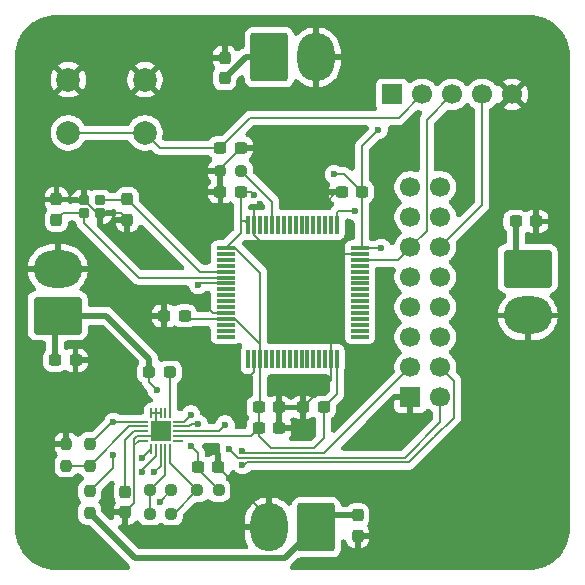
<source format=gbr>
%TF.GenerationSoftware,KiCad,Pcbnew,9.0.3*%
%TF.CreationDate,2025-08-18T23:52:33+02:00*%
%TF.ProjectId,main,6d61696e-2e6b-4696-9361-645f70636258,1.0*%
%TF.SameCoordinates,Original*%
%TF.FileFunction,Copper,L1,Top*%
%TF.FilePolarity,Positive*%
%FSLAX46Y46*%
G04 Gerber Fmt 4.6, Leading zero omitted, Abs format (unit mm)*
G04 Created by KiCad (PCBNEW 9.0.3) date 2025-08-18 23:52:33*
%MOMM*%
%LPD*%
G01*
G04 APERTURE LIST*
G04 Aperture macros list*
%AMRoundRect*
0 Rectangle with rounded corners*
0 $1 Rounding radius*
0 $2 $3 $4 $5 $6 $7 $8 $9 X,Y pos of 4 corners*
0 Add a 4 corners polygon primitive as box body*
4,1,4,$2,$3,$4,$5,$6,$7,$8,$9,$2,$3,0*
0 Add four circle primitives for the rounded corners*
1,1,$1+$1,$2,$3*
1,1,$1+$1,$4,$5*
1,1,$1+$1,$6,$7*
1,1,$1+$1,$8,$9*
0 Add four rect primitives between the rounded corners*
20,1,$1+$1,$2,$3,$4,$5,0*
20,1,$1+$1,$4,$5,$6,$7,0*
20,1,$1+$1,$6,$7,$8,$9,0*
20,1,$1+$1,$8,$9,$2,$3,0*%
G04 Aperture macros list end*
%TA.AperFunction,ComponentPad*%
%ADD10RoundRect,0.250000X1.330000X1.800000X-1.330000X1.800000X-1.330000X-1.800000X1.330000X-1.800000X0*%
%TD*%
%TA.AperFunction,ComponentPad*%
%ADD11O,3.160000X4.100000*%
%TD*%
%TA.AperFunction,ComponentPad*%
%ADD12RoundRect,0.250000X-1.330000X-1.800000X1.330000X-1.800000X1.330000X1.800000X-1.330000X1.800000X0*%
%TD*%
%TA.AperFunction,SMDPad,CuDef*%
%ADD13RoundRect,0.237500X0.300000X0.237500X-0.300000X0.237500X-0.300000X-0.237500X0.300000X-0.237500X0*%
%TD*%
%TA.AperFunction,SMDPad,CuDef*%
%ADD14RoundRect,0.237500X0.250000X0.237500X-0.250000X0.237500X-0.250000X-0.237500X0.250000X-0.237500X0*%
%TD*%
%TA.AperFunction,SMDPad,CuDef*%
%ADD15RoundRect,0.237500X0.237500X-0.300000X0.237500X0.300000X-0.237500X0.300000X-0.237500X-0.300000X0*%
%TD*%
%TA.AperFunction,ComponentPad*%
%ADD16C,2.000000*%
%TD*%
%TA.AperFunction,SMDPad,CuDef*%
%ADD17RoundRect,0.237500X0.237500X-0.250000X0.237500X0.250000X-0.237500X0.250000X-0.237500X-0.250000X0*%
%TD*%
%TA.AperFunction,ComponentPad*%
%ADD18R,1.700000X1.700000*%
%TD*%
%TA.AperFunction,ComponentPad*%
%ADD19C,1.700000*%
%TD*%
%TA.AperFunction,SMDPad,CuDef*%
%ADD20RoundRect,0.237500X-0.237500X0.300000X-0.237500X-0.300000X0.237500X-0.300000X0.237500X0.300000X0*%
%TD*%
%TA.AperFunction,ComponentPad*%
%ADD21RoundRect,0.250000X1.800000X-1.330000X1.800000X1.330000X-1.800000X1.330000X-1.800000X-1.330000X0*%
%TD*%
%TA.AperFunction,ComponentPad*%
%ADD22O,4.100000X3.160000*%
%TD*%
%TA.AperFunction,SMDPad,CuDef*%
%ADD23RoundRect,0.237500X-0.300000X-0.237500X0.300000X-0.237500X0.300000X0.237500X-0.300000X0.237500X0*%
%TD*%
%TA.AperFunction,SMDPad,CuDef*%
%ADD24RoundRect,0.050000X0.350000X0.050000X-0.350000X0.050000X-0.350000X-0.050000X0.350000X-0.050000X0*%
%TD*%
%TA.AperFunction,SMDPad,CuDef*%
%ADD25RoundRect,0.050000X0.050000X-0.350000X0.050000X0.350000X-0.050000X0.350000X-0.050000X-0.350000X0*%
%TD*%
%TA.AperFunction,SMDPad,CuDef*%
%ADD26RoundRect,0.050000X-0.350000X-0.050000X0.350000X-0.050000X0.350000X0.050000X-0.350000X0.050000X0*%
%TD*%
%TA.AperFunction,SMDPad,CuDef*%
%ADD27R,1.750000X1.750000*%
%TD*%
%TA.AperFunction,ComponentPad*%
%ADD28RoundRect,0.250000X-1.800000X1.330000X-1.800000X-1.330000X1.800000X-1.330000X1.800000X1.330000X0*%
%TD*%
%TA.AperFunction,SMDPad,CuDef*%
%ADD29RoundRect,0.075000X-0.700000X-0.075000X0.700000X-0.075000X0.700000X0.075000X-0.700000X0.075000X0*%
%TD*%
%TA.AperFunction,SMDPad,CuDef*%
%ADD30RoundRect,0.075000X-0.075000X-0.700000X0.075000X-0.700000X0.075000X0.700000X-0.075000X0.700000X0*%
%TD*%
%TA.AperFunction,SMDPad,CuDef*%
%ADD31RoundRect,0.237500X-0.250000X-0.237500X0.250000X-0.237500X0.250000X0.237500X-0.250000X0.237500X0*%
%TD*%
%TA.AperFunction,SMDPad,CuDef*%
%ADD32RoundRect,0.237500X-0.287500X-0.237500X0.287500X-0.237500X0.287500X0.237500X-0.287500X0.237500X0*%
%TD*%
%TA.AperFunction,SMDPad,CuDef*%
%ADD33RoundRect,0.237500X-0.237500X0.250000X-0.237500X-0.250000X0.237500X-0.250000X0.237500X0.250000X0*%
%TD*%
%TA.AperFunction,SMDPad,CuDef*%
%ADD34RoundRect,0.200000X0.250000X0.200000X-0.250000X0.200000X-0.250000X-0.200000X0.250000X-0.200000X0*%
%TD*%
%TA.AperFunction,ViaPad*%
%ADD35C,0.600000*%
%TD*%
%TA.AperFunction,Conductor*%
%ADD36C,0.200000*%
%TD*%
%TA.AperFunction,Conductor*%
%ADD37C,0.500000*%
%TD*%
G04 APERTURE END LIST*
D10*
%TO.P,J3,1,Pin_1*%
%TO.N,SOL*%
X151980000Y-119895000D03*
D11*
%TO.P,J3,2,Pin_2*%
%TO.N,GND*%
X148020000Y-119895000D03*
%TD*%
D12*
%TO.P,J1,1,Pin_1*%
%TO.N,SOL*%
X148020000Y-80105000D03*
D11*
%TO.P,J1,2,Pin_2*%
%TO.N,GND*%
X151980000Y-80105000D03*
%TD*%
D13*
%TO.P,C10,1*%
%TO.N,+3V3*%
X152612500Y-109750000D03*
%TO.P,C10,2*%
%TO.N,GND*%
X150887500Y-109750000D03*
%TD*%
D14*
%TO.P,R4,1*%
%TO.N,/Power Supply/STORE*%
X143738498Y-116758233D03*
%TO.P,R4,2*%
%TO.N,Net-(U1-UVP)*%
X141913498Y-116758233D03*
%TD*%
D15*
%TO.P,C15,1*%
%TO.N,/MCU/OSC_OUT*%
X130000000Y-93862500D03*
%TO.P,C15,2*%
%TO.N,GND*%
X130000000Y-92137500D03*
%TD*%
D13*
%TO.P,C11,1*%
%TO.N,+3V3*%
X145612500Y-91500000D03*
%TO.P,C11,2*%
%TO.N,GND*%
X143887500Y-91500000D03*
%TD*%
D16*
%TO.P,SW1,1,1*%
%TO.N,GND*%
X131000000Y-82000000D03*
X137500000Y-82000000D03*
%TO.P,SW1,2,2*%
%TO.N,NRST*%
X131000000Y-86500000D03*
X137500000Y-86500000D03*
%TD*%
D17*
%TO.P,R1,1*%
%TO.N,SOL*%
X132825998Y-118670733D03*
%TO.P,R1,2*%
%TO.N,Net-(U1-MPP)*%
X132825998Y-116845733D03*
%TD*%
D18*
%TO.P,J5,1,Pin_1*%
%TO.N,GND*%
X159960000Y-108870000D03*
D19*
%TO.P,J5,2,Pin_2*%
%TO.N,BATT*%
X162500000Y-108870000D03*
%TO.P,J5,3,Pin_3*%
%TO.N,~{BATT_CON}*%
X159960000Y-106330000D03*
%TO.P,J5,4,Pin_4*%
%TO.N,~{BATT_CHG}*%
X162500000Y-106330000D03*
%TO.P,J5,5,Pin_5*%
%TO.N,SOL*%
X159960000Y-103790000D03*
%TO.P,J5,6,Pin_6*%
%TO.N,unconnected-(J5-Pin_6-Pad6)*%
X162500000Y-103790000D03*
%TO.P,J5,7,Pin_7*%
%TO.N,unconnected-(J5-Pin_7-Pad7)*%
X159960000Y-101250000D03*
%TO.P,J5,8,Pin_8*%
%TO.N,unconnected-(J5-Pin_8-Pad8)*%
X162500000Y-101250000D03*
%TO.P,J5,9,Pin_9*%
%TO.N,+3V3*%
X159960000Y-98710000D03*
%TO.P,J5,10,Pin_10*%
%TO.N,NRST*%
X162500000Y-98710000D03*
%TO.P,J5,11,Pin_11*%
%TO.N,SWDIO*%
X159960000Y-96170000D03*
%TO.P,J5,12,Pin_12*%
%TO.N,SWCLK*%
X162500000Y-96170000D03*
%TO.P,J5,13,Pin_13*%
%TO.N,unconnected-(J5-Pin_13-Pad13)*%
X159960000Y-93630000D03*
%TO.P,J5,14,Pin_14*%
%TO.N,unconnected-(J5-Pin_14-Pad14)*%
X162500000Y-93630000D03*
%TO.P,J5,15,Pin_15*%
%TO.N,unconnected-(J5-Pin_15-Pad15)*%
X159960000Y-91090000D03*
%TO.P,J5,16,Pin_16*%
%TO.N,unconnected-(J5-Pin_16-Pad16)*%
X162500000Y-91090000D03*
%TD*%
D20*
%TO.P,C14,1*%
%TO.N,/MCU/OSC_IN*%
X136000000Y-92137500D03*
%TO.P,C14,2*%
%TO.N,GND*%
X136000000Y-93862500D03*
%TD*%
D21*
%TO.P,J4,1,Pin_1*%
%TO.N,SOL*%
X130105000Y-101980000D03*
D22*
%TO.P,J4,2,Pin_2*%
%TO.N,GND*%
X130105000Y-98020000D03*
%TD*%
D18*
%TO.P,J6,1,Pin_1*%
%TO.N,+3V3*%
X158420000Y-83250000D03*
D19*
%TO.P,J6,2,Pin_2*%
%TO.N,NRST*%
X160960000Y-83250000D03*
%TO.P,J6,3,Pin_3*%
%TO.N,SWDIO*%
X163500000Y-83250000D03*
%TO.P,J6,4,Pin_4*%
%TO.N,SWCLK*%
X166040000Y-83250000D03*
%TO.P,J6,5,Pin_5*%
%TO.N,GND*%
X168580000Y-83250000D03*
%TD*%
D23*
%TO.P,C1,1*%
%TO.N,SOL*%
X168887500Y-94000000D03*
%TO.P,C1,2*%
%TO.N,GND*%
X170612500Y-94000000D03*
%TD*%
D24*
%TO.P,U1,1,MPP*%
%TO.N,Net-(U1-MPP)*%
X137325998Y-110958233D03*
%TO.P,U1,2,MPP_SET*%
%TO.N,Net-(U1-MPP_SET)*%
X137325998Y-111358233D03*
%TO.P,U1,3,MPP_REF*%
%TO.N,Net-(U1-MPP_REF)*%
X137325998Y-111758233D03*
%TO.P,U1,4,GND*%
%TO.N,GND*%
X137325998Y-112158233D03*
%TO.P,U1,5,LDO1_EN*%
X137325998Y-112558233D03*
D25*
%TO.P,U1,6,LDO2_EN*%
%TO.N,/Power Supply/STORE*%
X138025998Y-113258233D03*
%TO.P,U1,7,BATT_CHG*%
%TO.N,~{BATT_CHG}*%
X138425998Y-113258233D03*
%TO.P,U1,8,BATT_CONN*%
%TO.N,~{BATT_CON}*%
X138825998Y-113258233D03*
%TO.P,U1,9,EOC*%
%TO.N,Net-(U1-EOC)*%
X139225998Y-113258233D03*
%TO.P,U1,10,UVP*%
%TO.N,Net-(U1-UVP)*%
X139625998Y-113258233D03*
D26*
%TO.P,U1,11,LDO1*%
%TO.N,unconnected-(U1-LDO1-Pad11)*%
X140325998Y-112558233D03*
%TO.P,U1,12,LDO2*%
%TO.N,+3V3*%
X140325998Y-112158233D03*
%TO.P,U1,13,CONF*%
%TO.N,SOL*%
X140325998Y-111758233D03*
%TO.P,U1,14,BATT*%
%TO.N,BATT*%
X140325998Y-111358233D03*
%TO.P,U1,15,STORE*%
%TO.N,/Power Supply/STORE*%
X140325998Y-110958233D03*
D25*
%TO.P,U1,16,IN_LV*%
%TO.N,Net-(U1-IN_LV)*%
X139625998Y-110258233D03*
%TO.P,U1,17,NC*%
%TO.N,unconnected-(U1-NC-Pad17)*%
X139225998Y-110258233D03*
%TO.P,U1,18,PGND*%
%TO.N,GND*%
X138825998Y-110258233D03*
%TO.P,U1,19,L_HV*%
X138425998Y-110258233D03*
%TO.P,U1,20,IN_HV*%
X138025998Y-110258233D03*
D27*
%TO.P,U1,EP,EP*%
X138825998Y-111758233D03*
%TD*%
D28*
%TO.P,J2,1,Pin_1*%
%TO.N,SOL*%
X169895000Y-98000000D03*
D22*
%TO.P,J2,2,Pin_2*%
%TO.N,GND*%
X169895000Y-101960000D03*
%TD*%
D23*
%TO.P,C9,1*%
%TO.N,+3V3*%
X147137500Y-111500000D03*
%TO.P,C9,2*%
%TO.N,GND*%
X148862500Y-111500000D03*
%TD*%
D29*
%TO.P,U2,1,VBAT*%
%TO.N,+3V3*%
X144325000Y-96250000D03*
%TO.P,U2,2,PC13*%
%TO.N,unconnected-(U2-PC13-Pad2)*%
X144325000Y-96750000D03*
%TO.P,U2,3,PC14*%
%TO.N,unconnected-(U2-PC14-Pad3)*%
X144325000Y-97250000D03*
%TO.P,U2,4,PC15*%
%TO.N,unconnected-(U2-PC15-Pad4)*%
X144325000Y-97750000D03*
%TO.P,U2,5,PH0*%
%TO.N,/MCU/OSC_IN*%
X144325000Y-98250000D03*
%TO.P,U2,6,PH1*%
%TO.N,/MCU/OSC_OUT*%
X144325000Y-98750000D03*
%TO.P,U2,7,NRST*%
%TO.N,NRST*%
X144325000Y-99250000D03*
%TO.P,U2,8,PC0*%
%TO.N,unconnected-(U2-PC0-Pad8)*%
X144325000Y-99750000D03*
%TO.P,U2,9,PC1*%
%TO.N,unconnected-(U2-PC1-Pad9)*%
X144325000Y-100250000D03*
%TO.P,U2,10,PC2*%
%TO.N,unconnected-(U2-PC2-Pad10)*%
X144325000Y-100750000D03*
%TO.P,U2,11,PC3*%
%TO.N,unconnected-(U2-PC3-Pad11)*%
X144325000Y-101250000D03*
%TO.P,U2,12,VSSA*%
%TO.N,GND*%
X144325000Y-101750000D03*
%TO.P,U2,13,VDDA*%
%TO.N,+3V3*%
X144325000Y-102250000D03*
%TO.P,U2,14,PA0*%
%TO.N,unconnected-(U2-PA0-Pad14)*%
X144325000Y-102750000D03*
%TO.P,U2,15,PA1*%
%TO.N,unconnected-(U2-PA1-Pad15)*%
X144325000Y-103250000D03*
%TO.P,U2,16,PA2*%
%TO.N,unconnected-(U2-PA2-Pad16)*%
X144325000Y-103750000D03*
D30*
%TO.P,U2,17,PA3*%
%TO.N,unconnected-(U2-PA3-Pad17)*%
X146250000Y-105675000D03*
%TO.P,U2,18,VSS*%
%TO.N,GND*%
X146750000Y-105675000D03*
%TO.P,U2,19,VDD*%
%TO.N,+3V3*%
X147250000Y-105675000D03*
%TO.P,U2,20,PA4*%
%TO.N,unconnected-(U2-PA4-Pad20)*%
X147750000Y-105675000D03*
%TO.P,U2,21,PA5*%
%TO.N,unconnected-(U2-PA5-Pad21)*%
X148250000Y-105675000D03*
%TO.P,U2,22,PA6*%
%TO.N,unconnected-(U2-PA6-Pad22)*%
X148750000Y-105675000D03*
%TO.P,U2,23,PA7*%
%TO.N,unconnected-(U2-PA7-Pad23)*%
X149250000Y-105675000D03*
%TO.P,U2,24,PC4*%
%TO.N,unconnected-(U2-PC4-Pad24)*%
X149750000Y-105675000D03*
%TO.P,U2,25,PC5*%
%TO.N,unconnected-(U2-PC5-Pad25)*%
X150250000Y-105675000D03*
%TO.P,U2,26,PB0*%
%TO.N,unconnected-(U2-PB0-Pad26)*%
X150750000Y-105675000D03*
%TO.P,U2,27,PB1*%
%TO.N,unconnected-(U2-PB1-Pad27)*%
X151250000Y-105675000D03*
%TO.P,U2,28,PB2*%
%TO.N,unconnected-(U2-PB2-Pad28)*%
X151750000Y-105675000D03*
%TO.P,U2,29,PB10*%
%TO.N,unconnected-(U2-PB10-Pad29)*%
X152250000Y-105675000D03*
%TO.P,U2,30,PB11*%
%TO.N,unconnected-(U2-PB11-Pad30)*%
X152750000Y-105675000D03*
%TO.P,U2,31,VSS*%
%TO.N,GND*%
X153250000Y-105675000D03*
%TO.P,U2,32,VDD*%
%TO.N,+3V3*%
X153750000Y-105675000D03*
D29*
%TO.P,U2,33,PB12*%
%TO.N,unconnected-(U2-PB12-Pad33)*%
X155675000Y-103750000D03*
%TO.P,U2,34,PB13*%
%TO.N,unconnected-(U2-PB13-Pad34)*%
X155675000Y-103250000D03*
%TO.P,U2,35,PB14*%
%TO.N,unconnected-(U2-PB14-Pad35)*%
X155675000Y-102750000D03*
%TO.P,U2,36,PB15*%
%TO.N,unconnected-(U2-PB15-Pad36)*%
X155675000Y-102250000D03*
%TO.P,U2,37,PC6*%
%TO.N,unconnected-(U2-PC6-Pad37)*%
X155675000Y-101750000D03*
%TO.P,U2,38,PC7*%
%TO.N,unconnected-(U2-PC7-Pad38)*%
X155675000Y-101250000D03*
%TO.P,U2,39,PC8*%
%TO.N,unconnected-(U2-PC8-Pad39)*%
X155675000Y-100750000D03*
%TO.P,U2,40,PC9*%
%TO.N,unconnected-(U2-PC9-Pad40)*%
X155675000Y-100250000D03*
%TO.P,U2,41,PA8*%
%TO.N,unconnected-(U2-PA8-Pad41)*%
X155675000Y-99750000D03*
%TO.P,U2,42,PA9*%
%TO.N,unconnected-(U2-PA9-Pad42)*%
X155675000Y-99250000D03*
%TO.P,U2,43,PA10*%
%TO.N,unconnected-(U2-PA10-Pad43)*%
X155675000Y-98750000D03*
%TO.P,U2,44,PA11*%
%TO.N,unconnected-(U2-PA11-Pad44)*%
X155675000Y-98250000D03*
%TO.P,U2,45,PA12*%
%TO.N,unconnected-(U2-PA12-Pad45)*%
X155675000Y-97750000D03*
%TO.P,U2,46,PA13*%
%TO.N,SWDIO*%
X155675000Y-97250000D03*
%TO.P,U2,47,VSS*%
%TO.N,GND*%
X155675000Y-96750000D03*
%TO.P,U2,48,VDDUSB*%
%TO.N,+3V3*%
X155675000Y-96250000D03*
D30*
%TO.P,U2,49,PA14*%
%TO.N,SWCLK*%
X153750000Y-94325000D03*
%TO.P,U2,50,PA15*%
%TO.N,unconnected-(U2-PA15-Pad50)*%
X153250000Y-94325000D03*
%TO.P,U2,51,PC10*%
%TO.N,unconnected-(U2-PC10-Pad51)*%
X152750000Y-94325000D03*
%TO.P,U2,52,PC11*%
%TO.N,unconnected-(U2-PC11-Pad52)*%
X152250000Y-94325000D03*
%TO.P,U2,53,PC12*%
%TO.N,unconnected-(U2-PC12-Pad53)*%
X151750000Y-94325000D03*
%TO.P,U2,54,PD2*%
%TO.N,unconnected-(U2-PD2-Pad54)*%
X151250000Y-94325000D03*
%TO.P,U2,55,PB3*%
%TO.N,unconnected-(U2-PB3-Pad55)*%
X150750000Y-94325000D03*
%TO.P,U2,56,PB4*%
%TO.N,unconnected-(U2-PB4-Pad56)*%
X150250000Y-94325000D03*
%TO.P,U2,57,PB5*%
%TO.N,unconnected-(U2-PB5-Pad57)*%
X149750000Y-94325000D03*
%TO.P,U2,58,PB6*%
%TO.N,unconnected-(U2-PB6-Pad58)*%
X149250000Y-94325000D03*
%TO.P,U2,59,PB7*%
%TO.N,unconnected-(U2-PB7-Pad59)*%
X148750000Y-94325000D03*
%TO.P,U2,60,PH3*%
%TO.N,/MCU/BOOT0*%
X148250000Y-94325000D03*
%TO.P,U2,61,PB8*%
%TO.N,unconnected-(U2-PB8-Pad61)*%
X147750000Y-94325000D03*
%TO.P,U2,62,PB9*%
%TO.N,unconnected-(U2-PB9-Pad62)*%
X147250000Y-94325000D03*
%TO.P,U2,63,VSS*%
%TO.N,GND*%
X146750000Y-94325000D03*
%TO.P,U2,64,VDD*%
%TO.N,+3V3*%
X146250000Y-94325000D03*
%TD*%
D31*
%TO.P,R6,1*%
%TO.N,Net-(U1-EOC)*%
X137913498Y-116758233D03*
%TO.P,R6,2*%
%TO.N,GND*%
X139738498Y-116758233D03*
%TD*%
D13*
%TO.P,C3,1*%
%TO.N,GND*%
X143688498Y-114758233D03*
%TO.P,C3,2*%
%TO.N,/Power Supply/STORE*%
X141963498Y-114758233D03*
%TD*%
%TO.P,C4,1*%
%TO.N,GND*%
X148862500Y-109750000D03*
%TO.P,C4,2*%
%TO.N,+3V3*%
X147137500Y-109750000D03*
%TD*%
D14*
%TO.P,R5,1*%
%TO.N,Net-(U1-UVP)*%
X139738498Y-118758233D03*
%TO.P,R5,2*%
%TO.N,Net-(U1-EOC)*%
X137913498Y-118758233D03*
%TD*%
D32*
%TO.P,L1,1,1*%
%TO.N,SOL*%
X137875000Y-106750000D03*
%TO.P,L1,2,2*%
%TO.N,Net-(U1-IN_LV)*%
X139625000Y-106750000D03*
%TD*%
D15*
%TO.P,C6,1*%
%TO.N,SOL*%
X144250000Y-81862500D03*
%TO.P,C6,2*%
%TO.N,GND*%
X144250000Y-80137500D03*
%TD*%
D33*
%TO.P,R2,1*%
%TO.N,Net-(U1-MPP)*%
X132825998Y-112845733D03*
%TO.P,R2,2*%
%TO.N,Net-(U1-MPP_SET)*%
X132825998Y-114670733D03*
%TD*%
D17*
%TO.P,R3,1*%
%TO.N,Net-(U1-MPP_SET)*%
X130825998Y-114670733D03*
%TO.P,R3,2*%
%TO.N,GND*%
X130825998Y-112845733D03*
%TD*%
D14*
%TO.P,R7,1*%
%TO.N,/MCU/BOOT0*%
X145662500Y-89750000D03*
%TO.P,R7,2*%
%TO.N,GND*%
X143837500Y-89750000D03*
%TD*%
D23*
%TO.P,C5,1*%
%TO.N,SOL*%
X129887500Y-105750000D03*
%TO.P,C5,2*%
%TO.N,GND*%
X131612500Y-105750000D03*
%TD*%
%TO.P,C8,1*%
%TO.N,NRST*%
X143887500Y-87750000D03*
%TO.P,C8,2*%
%TO.N,GND*%
X145612500Y-87750000D03*
%TD*%
D34*
%TO.P,Y1,1,1*%
%TO.N,/MCU/OSC_IN*%
X133700000Y-92200000D03*
%TO.P,Y1,2,2*%
%TO.N,GND*%
X132300000Y-92200000D03*
%TO.P,Y1,3,3*%
%TO.N,/MCU/OSC_OUT*%
X132300000Y-93300000D03*
%TO.P,Y1,4,4*%
%TO.N,GND*%
X133700000Y-93300000D03*
%TD*%
D20*
%TO.P,C7,1*%
%TO.N,Net-(U1-MPP_REF)*%
X135825998Y-116895733D03*
%TO.P,C7,2*%
%TO.N,GND*%
X135825998Y-118620733D03*
%TD*%
D13*
%TO.P,C12,1*%
%TO.N,+3V3*%
X155862500Y-91500000D03*
%TO.P,C12,2*%
%TO.N,GND*%
X154137500Y-91500000D03*
%TD*%
%TO.P,C13,1*%
%TO.N,+3V3*%
X140862500Y-102000000D03*
%TO.P,C13,2*%
%TO.N,GND*%
X139137500Y-102000000D03*
%TD*%
D20*
%TO.P,C2,1*%
%TO.N,SOL*%
X155500000Y-118887500D03*
%TO.P,C2,2*%
%TO.N,GND*%
X155500000Y-120612500D03*
%TD*%
D35*
%TO.N,GND*%
X151940000Y-107800000D03*
X138750000Y-117750000D03*
X164800000Y-86000000D03*
X157400000Y-89600000D03*
X162600000Y-88400000D03*
X141750000Y-119250000D03*
X147660000Y-89600000D03*
X149200000Y-92500000D03*
X160000000Y-85800000D03*
X152740000Y-87060000D03*
X142200000Y-101230000D03*
X156460000Y-112200000D03*
X159000000Y-112200000D03*
X147660000Y-87060000D03*
X150200000Y-89600000D03*
X157400000Y-93400000D03*
X150200000Y-87060000D03*
X149400000Y-107800000D03*
X145750000Y-107750000D03*
X147250000Y-92500000D03*
%TO.N,SOL*%
X144276733Y-111208968D03*
X138500000Y-108250000D03*
%TO.N,/Power Supply/STORE*%
X141372553Y-113000000D03*
X137250000Y-114000000D03*
X141372553Y-110361103D03*
%TO.N,+3V3*%
X153500000Y-90000000D03*
X157500000Y-96250000D03*
X146750000Y-91750000D03*
X157250000Y-86250000D03*
%TO.N,NRST*%
X142000000Y-99350000D03*
%TO.N,Net-(U1-MPP)*%
X134825998Y-111008233D03*
X134825998Y-113758233D03*
%TO.N,~{BATT_CON}*%
X145750000Y-113400000D03*
X138250000Y-115250000D03*
%TO.N,BATT*%
X142000000Y-111158233D03*
X144650763Y-113250707D03*
%TO.N,~{BATT_CHG}*%
X137250000Y-115250000D03*
X145750000Y-114600000D03*
%TO.N,SWCLK*%
X155250000Y-93125000D03*
%TD*%
D36*
%TO.N,GND*%
X146750000Y-94325000D02*
X146750000Y-93000000D01*
X133464064Y-93300000D02*
X133700000Y-93300000D01*
X146750000Y-106750000D02*
X145750000Y-107750000D01*
X146970000Y-87750000D02*
X147660000Y-87060000D01*
X138425998Y-111358233D02*
X138825998Y-111758233D01*
X135437500Y-93300000D02*
X136000000Y-93862500D01*
X135825998Y-118620733D02*
X136601998Y-117844733D01*
X145612500Y-87750000D02*
X146970000Y-87750000D01*
X138750000Y-117750000D02*
X138750000Y-117746731D01*
X146750000Y-95133824D02*
X146750000Y-94325000D01*
X132300000Y-92200000D02*
X130062500Y-92200000D01*
X143250000Y-101750000D02*
X144325000Y-101750000D01*
X143837500Y-91450000D02*
X143887500Y-91500000D01*
X153250000Y-105675000D02*
X153250000Y-101633824D01*
X138425998Y-110258233D02*
X138425998Y-111358233D01*
X153250000Y-105675000D02*
X153250000Y-107387500D01*
X143837500Y-89750000D02*
X143837500Y-89525000D01*
X138025998Y-110258233D02*
X138425998Y-110258233D01*
X142730000Y-101230000D02*
X143250000Y-101750000D01*
X143837500Y-89525000D02*
X145612500Y-87750000D01*
X155675000Y-96750000D02*
X148366176Y-96750000D01*
X143688498Y-114758233D02*
X148020000Y-119089735D01*
X143837500Y-89750000D02*
X143837500Y-91450000D01*
X133700000Y-93300000D02*
X135437500Y-93300000D01*
X138425998Y-110258233D02*
X138825998Y-110258233D01*
X138750000Y-117746731D02*
X139738498Y-116758233D01*
X148020000Y-119089735D02*
X148020000Y-119895000D01*
X138425998Y-112158233D02*
X138825998Y-111758233D01*
X142200000Y-101230000D02*
X142730000Y-101230000D01*
X152700000Y-92500000D02*
X153700000Y-91500000D01*
X136841767Y-112158233D02*
X137325998Y-112158233D01*
X153250000Y-107387500D02*
X150887500Y-109750000D01*
X146750000Y-93000000D02*
X147250000Y-92500000D01*
X153700000Y-91500000D02*
X154137500Y-91500000D01*
X149200000Y-92500000D02*
X152700000Y-92500000D01*
X132364064Y-92200000D02*
X133464064Y-93300000D01*
X130062500Y-92200000D02*
X130000000Y-92137500D01*
X136985880Y-112558233D02*
X137325998Y-112558233D01*
X148366176Y-96750000D02*
X146750000Y-95133824D01*
X153250000Y-101633824D02*
X146750000Y-95133824D01*
X136601998Y-117844733D02*
X136601998Y-112398002D01*
X136601998Y-112398002D02*
X136841767Y-112158233D01*
X146750000Y-105675000D02*
X146750000Y-106750000D01*
X136601998Y-112942115D02*
X136985880Y-112558233D01*
X137325998Y-112158233D02*
X138425998Y-112158233D01*
X132300000Y-92200000D02*
X132364064Y-92200000D01*
D37*
%TO.N,SOL*%
X129887500Y-105750000D02*
X129887500Y-102197500D01*
D36*
X137875000Y-107625000D02*
X137875000Y-106750000D01*
X138500000Y-108250000D02*
X137875000Y-107625000D01*
D37*
X152987500Y-118887500D02*
X151980000Y-119895000D01*
D36*
X140325998Y-111758233D02*
X143727468Y-111758233D01*
D37*
X137875000Y-105625000D02*
X137875000Y-106750000D01*
X149375000Y-122500000D02*
X136655265Y-122500000D01*
X130105000Y-101980000D02*
X134230000Y-101980000D01*
X136655265Y-122500000D02*
X132825998Y-118670733D01*
X168887500Y-94000000D02*
X168887500Y-96992500D01*
X148020000Y-80105000D02*
X146007500Y-80105000D01*
X146007500Y-80105000D02*
X144250000Y-81862500D01*
X168887500Y-96992500D02*
X169895000Y-98000000D01*
X129887500Y-102197500D02*
X130105000Y-101980000D01*
X155500000Y-118887500D02*
X152987500Y-118887500D01*
X151980000Y-119895000D02*
X149375000Y-122500000D01*
X134230000Y-101980000D02*
X137875000Y-105625000D01*
X137825998Y-106799002D02*
X137875000Y-106750000D01*
D36*
X143727468Y-111758233D02*
X144276733Y-111208968D01*
%TO.N,/Power Supply/STORE*%
X141373833Y-110362383D02*
X141373833Y-110376167D01*
X141963498Y-114758233D02*
X141963498Y-113590945D01*
X142075998Y-114645733D02*
X141963498Y-114758233D01*
X137991767Y-113258233D02*
X138025998Y-113258233D01*
X140791767Y-110958233D02*
X140325998Y-110958233D01*
X143825998Y-116670733D02*
X143738498Y-116758233D01*
X137250000Y-114000000D02*
X137991767Y-113258233D01*
X141963498Y-114983233D02*
X141963498Y-114758233D01*
X141963498Y-113590945D02*
X141372553Y-113000000D01*
X141373833Y-110376167D02*
X140791767Y-110958233D01*
X143738498Y-116758233D02*
X141963498Y-114983233D01*
X141372553Y-110361103D02*
X141373833Y-110362383D01*
%TO.N,+3V3*%
X140862500Y-102000000D02*
X141112500Y-102250000D01*
X146500000Y-91500000D02*
X146750000Y-91750000D01*
X151779900Y-113198000D02*
X148198000Y-113198000D01*
X140325998Y-112158233D02*
X146479267Y-112158233D01*
X145133824Y-96250000D02*
X147250000Y-98366176D01*
X152612500Y-109750000D02*
X152612500Y-112365400D01*
X145925000Y-94000000D02*
X145612500Y-94000000D01*
X147250000Y-105675000D02*
X147250000Y-104366176D01*
X144325000Y-96250000D02*
X145612500Y-94962500D01*
X155862500Y-96062500D02*
X155675000Y-96250000D01*
X145612500Y-94000000D02*
X145612500Y-91500000D01*
X145612500Y-94962500D02*
X145612500Y-94000000D01*
X146250000Y-94325000D02*
X145925000Y-94000000D01*
X147250000Y-104366176D02*
X145133824Y-102250000D01*
X152612500Y-112365400D02*
X151779900Y-113198000D01*
X148198000Y-113198000D02*
X147137500Y-112137500D01*
X147137500Y-112137500D02*
X147137500Y-111500000D01*
X147250000Y-105675000D02*
X147250000Y-109637500D01*
X147250000Y-98366176D02*
X147250000Y-105675000D01*
X147250000Y-109637500D02*
X147137500Y-109750000D01*
X141112500Y-102250000D02*
X144325000Y-102250000D01*
X153500000Y-90000000D02*
X154362500Y-90000000D01*
X155675000Y-96250000D02*
X157500000Y-96250000D01*
X146479267Y-112158233D02*
X147137500Y-111500000D01*
X153750000Y-105675000D02*
X153750000Y-108612500D01*
X145612500Y-91500000D02*
X146500000Y-91500000D01*
X154362500Y-90000000D02*
X155862500Y-91500000D01*
X155862500Y-91500000D02*
X155862500Y-96062500D01*
X147137500Y-111500000D02*
X147137500Y-109750000D01*
X145133824Y-102250000D02*
X144325000Y-102250000D01*
X153750000Y-108612500D02*
X152612500Y-109750000D01*
X157250000Y-86250000D02*
X155862500Y-87637500D01*
X144325000Y-96250000D02*
X145133824Y-96250000D01*
X155862500Y-87637500D02*
X155862500Y-91500000D01*
%TO.N,Net-(U1-MPP_REF)*%
X136575998Y-111758233D02*
X135825998Y-112508233D01*
X135825998Y-112508233D02*
X135825998Y-116895733D01*
X137325998Y-111758233D02*
X136575998Y-111758233D01*
%TO.N,NRST*%
X142000000Y-99350000D02*
X142100000Y-99250000D01*
X158960000Y-85250000D02*
X146387500Y-85250000D01*
X146387500Y-85250000D02*
X143887500Y-87750000D01*
X160960000Y-83250000D02*
X158960000Y-85250000D01*
X143887500Y-87750000D02*
X138750000Y-87750000D01*
X138750000Y-87750000D02*
X137500000Y-86500000D01*
X142100000Y-99250000D02*
X144325000Y-99250000D01*
X137750000Y-86500000D02*
X131250000Y-86500000D01*
%TO.N,/MCU/OSC_IN*%
X133700000Y-92200000D02*
X135937500Y-92200000D01*
X135937500Y-92200000D02*
X136000000Y-92137500D01*
X142112500Y-98250000D02*
X144325000Y-98250000D01*
X136000000Y-92137500D02*
X142112500Y-98250000D01*
%TO.N,/MCU/OSC_OUT*%
X130562500Y-93300000D02*
X130000000Y-93862500D01*
X144325000Y-98750000D02*
X136950000Y-98750000D01*
X132300000Y-93300000D02*
X130562500Y-93300000D01*
X132300000Y-94100000D02*
X132300000Y-93300000D01*
X136950000Y-98750000D02*
X132300000Y-94100000D01*
%TO.N,Net-(U1-IN_LV)*%
X139625998Y-106750998D02*
X139625000Y-106750000D01*
X139625998Y-110258233D02*
X139625998Y-106750998D01*
%TO.N,Net-(U1-MPP)*%
X134825998Y-114845733D02*
X134825998Y-113758233D01*
X134825998Y-111008233D02*
X134663498Y-111008233D01*
X134663498Y-111008233D02*
X132825998Y-112845733D01*
X134875998Y-110958233D02*
X134825998Y-111008233D01*
X137325998Y-110958233D02*
X134875998Y-110958233D01*
X132825998Y-116845733D02*
X134825998Y-114845733D01*
%TO.N,Net-(U1-MPP_SET)*%
X137325998Y-111358233D02*
X136138498Y-111358233D01*
X132825998Y-114670733D02*
X130825998Y-114670733D01*
X136138498Y-111358233D02*
X132825998Y-114670733D01*
%TO.N,Net-(U1-UVP)*%
X139625998Y-113258233D02*
X139625998Y-114470733D01*
X139913498Y-118758233D02*
X141913498Y-116758233D01*
X139738498Y-118758233D02*
X139913498Y-118758233D01*
X139625998Y-114470733D02*
X141913498Y-116758233D01*
%TO.N,Net-(U1-EOC)*%
X137913498Y-116758233D02*
X137913498Y-118758233D01*
X139225998Y-115445733D02*
X139225998Y-113258233D01*
X137913498Y-116758233D02*
X139225998Y-115445733D01*
%TO.N,/MCU/BOOT0*%
X148250000Y-92337500D02*
X148250000Y-94325000D01*
X145662500Y-89750000D02*
X148250000Y-92337500D01*
%TO.N,~{BATT_CON}*%
X152691000Y-113599000D02*
X145949000Y-113599000D01*
X138825998Y-113258233D02*
X138825998Y-114674002D01*
X159960000Y-106330000D02*
X152691000Y-113599000D01*
X145949000Y-113599000D02*
X145750000Y-113400000D01*
X138825998Y-114674002D02*
X138250000Y-115250000D01*
%TO.N,BATT*%
X142000000Y-111158233D02*
X141440294Y-111158233D01*
X162500000Y-111000000D02*
X162500000Y-108870000D01*
X144650763Y-113250707D02*
X145400057Y-114000000D01*
X141440294Y-111158233D02*
X141240294Y-111358233D01*
X145400057Y-114000000D02*
X159500000Y-114000000D01*
X159500000Y-114000000D02*
X162500000Y-111000000D01*
X141240294Y-111358233D02*
X140325998Y-111358233D01*
%TO.N,~{BATT_CHG}*%
X162000000Y-112250000D02*
X159849000Y-114401000D01*
X163651000Y-110599000D02*
X162000000Y-112250000D01*
X146099000Y-114401000D02*
X145900000Y-114600000D01*
X161750000Y-106335000D02*
X163085000Y-106335000D01*
X159849000Y-114401000D02*
X146099000Y-114401000D01*
X145900000Y-114600000D02*
X145750000Y-114600000D01*
X162500000Y-106330000D02*
X163651000Y-107481000D01*
X137250000Y-115250000D02*
X137250000Y-115011932D01*
X137250000Y-115011932D02*
X138425998Y-113835934D01*
X138425998Y-113835934D02*
X138425998Y-113258233D01*
X163651000Y-107481000D02*
X163651000Y-110599000D01*
%TO.N,SWCLK*%
X166040000Y-92630000D02*
X162500000Y-96170000D01*
X166040000Y-83250000D02*
X166040000Y-92630000D01*
X153875000Y-93125000D02*
X153750000Y-93250000D01*
X153750000Y-93250000D02*
X153750000Y-94325000D01*
X155250000Y-93125000D02*
X153875000Y-93125000D01*
%TO.N,SWDIO*%
X155675000Y-97250000D02*
X158880000Y-97250000D01*
X158880000Y-97250000D02*
X159960000Y-96170000D01*
X163500000Y-83250000D02*
X161349000Y-85401000D01*
X161349000Y-94781000D02*
X159960000Y-96170000D01*
X161349000Y-85401000D02*
X161349000Y-94781000D01*
%TD*%
%TA.AperFunction,Conductor*%
%TO.N,GND*%
G36*
X170006106Y-76500800D02*
G01*
X170021022Y-76501532D01*
X170330804Y-76516751D01*
X170355095Y-76519143D01*
X170670633Y-76565949D01*
X170694568Y-76570710D01*
X171004002Y-76648219D01*
X171027360Y-76655305D01*
X171327684Y-76762763D01*
X171350259Y-76772114D01*
X171638589Y-76908484D01*
X171660138Y-76920001D01*
X171933735Y-77083989D01*
X171954037Y-77097554D01*
X172169913Y-77257659D01*
X172210235Y-77287564D01*
X172229121Y-77303063D01*
X172465465Y-77517273D01*
X172482726Y-77534534D01*
X172643831Y-77712286D01*
X172696934Y-77770876D01*
X172712435Y-77789764D01*
X172902440Y-78045955D01*
X172916013Y-78066268D01*
X172967521Y-78152204D01*
X173079997Y-78339860D01*
X173091515Y-78361410D01*
X173227885Y-78649740D01*
X173237236Y-78672315D01*
X173344690Y-78972626D01*
X173351784Y-78996010D01*
X173429286Y-79305416D01*
X173434053Y-79329382D01*
X173480854Y-79644889D01*
X173483249Y-79669207D01*
X173499200Y-79993893D01*
X173499500Y-80006111D01*
X173499500Y-119993888D01*
X173499200Y-120006105D01*
X173499200Y-120006106D01*
X173483249Y-120330792D01*
X173480854Y-120355110D01*
X173434053Y-120670617D01*
X173429286Y-120694583D01*
X173351784Y-121003989D01*
X173344690Y-121027373D01*
X173237236Y-121327684D01*
X173227885Y-121350259D01*
X173091515Y-121638589D01*
X173079997Y-121660139D01*
X172916017Y-121933725D01*
X172902440Y-121954044D01*
X172712435Y-122210235D01*
X172696934Y-122229123D01*
X172482735Y-122465456D01*
X172465456Y-122482735D01*
X172229123Y-122696934D01*
X172210235Y-122712435D01*
X171954044Y-122902440D01*
X171933725Y-122916017D01*
X171660139Y-123079997D01*
X171638589Y-123091515D01*
X171350259Y-123227885D01*
X171327684Y-123237236D01*
X171027373Y-123344690D01*
X171003989Y-123351784D01*
X170694583Y-123429286D01*
X170670617Y-123434053D01*
X170355110Y-123480854D01*
X170330792Y-123483249D01*
X170006107Y-123499200D01*
X169993889Y-123499500D01*
X150038007Y-123499500D01*
X149942719Y-123480546D01*
X149861937Y-123426570D01*
X149807961Y-123345788D01*
X149789007Y-123250500D01*
X149807961Y-123155212D01*
X149861937Y-123074431D01*
X149892977Y-123043391D01*
X150417939Y-122518427D01*
X150498717Y-122464453D01*
X150594006Y-122445499D01*
X150599981Y-122445499D01*
X150599991Y-122445500D01*
X153360008Y-122445499D01*
X153462797Y-122434999D01*
X153629334Y-122379814D01*
X153778656Y-122287712D01*
X153902712Y-122163656D01*
X153994814Y-122014334D01*
X154049999Y-121847797D01*
X154060500Y-121745009D01*
X154060499Y-121172783D01*
X154079453Y-121077499D01*
X154133429Y-120996718D01*
X154214210Y-120942741D01*
X154309499Y-120923787D01*
X154404787Y-120942741D01*
X154485568Y-120996717D01*
X154539545Y-121077498D01*
X154545860Y-121094465D01*
X154589545Y-121226299D01*
X154680053Y-121373035D01*
X154801964Y-121494946D01*
X154948700Y-121585454D01*
X154948702Y-121585455D01*
X155112342Y-121639680D01*
X155213355Y-121649999D01*
X155250000Y-121649998D01*
X155750000Y-121649998D01*
X155750001Y-121649999D01*
X155786636Y-121649999D01*
X155786652Y-121649998D01*
X155887651Y-121639680D01*
X156051302Y-121585453D01*
X156198035Y-121494946D01*
X156319946Y-121373035D01*
X156410454Y-121226299D01*
X156410455Y-121226297D01*
X156464680Y-121062657D01*
X156474999Y-120961649D01*
X156475000Y-120961639D01*
X156475000Y-120862501D01*
X156474999Y-120862500D01*
X155750000Y-120862500D01*
X155750000Y-121649998D01*
X155250000Y-121649998D01*
X155250000Y-120861500D01*
X155268954Y-120766212D01*
X155322930Y-120685430D01*
X155403712Y-120631454D01*
X155499000Y-120612500D01*
X155500000Y-120612500D01*
X155500000Y-120611500D01*
X155518954Y-120516212D01*
X155572930Y-120435430D01*
X155653712Y-120381454D01*
X155749000Y-120362500D01*
X156474998Y-120362500D01*
X156474999Y-120362499D01*
X156474999Y-120263364D01*
X156474998Y-120263347D01*
X156464680Y-120162348D01*
X156410453Y-119998699D01*
X156337976Y-119881196D01*
X156304084Y-119790144D01*
X156307616Y-119693053D01*
X156337974Y-119619760D01*
X156410908Y-119501516D01*
X156465174Y-119337753D01*
X156475500Y-119236677D01*
X156475499Y-118538324D01*
X156465174Y-118437247D01*
X156410908Y-118273484D01*
X156410905Y-118273479D01*
X156320342Y-118126652D01*
X156198347Y-118004657D01*
X156051519Y-117914093D01*
X155957409Y-117882908D01*
X155887753Y-117859826D01*
X155786677Y-117849500D01*
X155786674Y-117849500D01*
X155213325Y-117849500D01*
X155112245Y-117859826D01*
X155004346Y-117895580D01*
X154948484Y-117914092D01*
X154948482Y-117914092D01*
X154948479Y-117914094D01*
X154801652Y-118004657D01*
X154801648Y-118004661D01*
X154742240Y-118064070D01*
X154661458Y-118118046D01*
X154566170Y-118137000D01*
X154293037Y-118137000D01*
X154197749Y-118118046D01*
X154116967Y-118064070D01*
X154062991Y-117983288D01*
X154053348Y-117952309D01*
X154020613Y-117853521D01*
X153994814Y-117775666D01*
X153902712Y-117626344D01*
X153778656Y-117502288D01*
X153629334Y-117410186D01*
X153629332Y-117410185D01*
X153629330Y-117410184D01*
X153629332Y-117410184D01*
X153462802Y-117355002D01*
X153462798Y-117355001D01*
X153462797Y-117355001D01*
X153360009Y-117344500D01*
X153360005Y-117344500D01*
X150599993Y-117344500D01*
X150497199Y-117355001D01*
X150330667Y-117410185D01*
X150181346Y-117502286D01*
X150057286Y-117626346D01*
X149965185Y-117775667D01*
X149929649Y-117882908D01*
X149881684Y-117967397D01*
X149805038Y-118027100D01*
X149711379Y-118052927D01*
X149614965Y-118040946D01*
X149530476Y-117992981D01*
X149517218Y-117980655D01*
X149394376Y-117857813D01*
X149178076Y-117691839D01*
X149178061Y-117691829D01*
X148941930Y-117555500D01*
X148941926Y-117555498D01*
X148690029Y-117451159D01*
X148426654Y-117380588D01*
X148270000Y-117359964D01*
X148270000Y-119078519D01*
X148267936Y-119077665D01*
X148103718Y-119045000D01*
X147936282Y-119045000D01*
X147772064Y-119077665D01*
X147770000Y-119078519D01*
X147770000Y-117359964D01*
X147613345Y-117380588D01*
X147349970Y-117451159D01*
X147098073Y-117555498D01*
X147098069Y-117555500D01*
X146861938Y-117691829D01*
X146861923Y-117691839D01*
X146645623Y-117857813D01*
X146452813Y-118050623D01*
X146286839Y-118266923D01*
X146286829Y-118266938D01*
X146150500Y-118503069D01*
X146150498Y-118503073D01*
X146046159Y-118754969D01*
X145975588Y-119018346D01*
X145940000Y-119288670D01*
X145940000Y-119644999D01*
X145940001Y-119645000D01*
X147203520Y-119645000D01*
X147202665Y-119647064D01*
X147170000Y-119811282D01*
X147170000Y-119978718D01*
X147202665Y-120142936D01*
X147203520Y-120145000D01*
X145940001Y-120145000D01*
X145940000Y-120145001D01*
X145940000Y-120501329D01*
X145975588Y-120771653D01*
X146046159Y-121035030D01*
X146150498Y-121286926D01*
X146150500Y-121286930D01*
X146201925Y-121376001D01*
X146233154Y-121468000D01*
X146226799Y-121564947D01*
X146183829Y-121652082D01*
X146110783Y-121716141D01*
X146018784Y-121747370D01*
X145986284Y-121749500D01*
X137069272Y-121749500D01*
X136973984Y-121730546D01*
X136893202Y-121676570D01*
X135294171Y-120077538D01*
X135240195Y-119996756D01*
X135221241Y-119901468D01*
X135240195Y-119806180D01*
X135294171Y-119725398D01*
X135374953Y-119671422D01*
X135470241Y-119652468D01*
X135495550Y-119653758D01*
X135539337Y-119658231D01*
X135539355Y-119658232D01*
X135575998Y-119658231D01*
X135575998Y-118870733D01*
X134851000Y-118870733D01*
X134850999Y-118870734D01*
X134850999Y-118969888D01*
X134855474Y-119013686D01*
X134846301Y-119110407D01*
X134800814Y-119196255D01*
X134725936Y-119258162D01*
X134633067Y-119286701D01*
X134536346Y-119277528D01*
X134450498Y-119232041D01*
X134431693Y-119215060D01*
X133874427Y-118657794D01*
X133820451Y-118577012D01*
X133801497Y-118481724D01*
X133801497Y-118371558D01*
X133801387Y-118370480D01*
X133791172Y-118270480D01*
X133736906Y-118106717D01*
X133675356Y-118006928D01*
X133646340Y-117959885D01*
X133646334Y-117959878D01*
X133620760Y-117934305D01*
X133566782Y-117853524D01*
X133547827Y-117758236D01*
X133566780Y-117662948D01*
X133620755Y-117582166D01*
X133646334Y-117556587D01*
X133646338Y-117556583D01*
X133675226Y-117509749D01*
X133693537Y-117480062D01*
X133736906Y-117409749D01*
X133791172Y-117245986D01*
X133801498Y-117144910D01*
X133801497Y-116822606D01*
X133820451Y-116727320D01*
X133874427Y-116646538D01*
X134507131Y-116013833D01*
X134587910Y-115959860D01*
X134683198Y-115940906D01*
X134778486Y-115959860D01*
X134859268Y-116013836D01*
X134913244Y-116094618D01*
X134932198Y-116189906D01*
X134919559Y-116268228D01*
X134860825Y-116445474D01*
X134860824Y-116445482D01*
X134850498Y-116546551D01*
X134850498Y-117244907D01*
X134860824Y-117345987D01*
X134865456Y-117359964D01*
X134915090Y-117509749D01*
X134915091Y-117509751D01*
X134915092Y-117509753D01*
X134988021Y-117627990D01*
X135021913Y-117719042D01*
X135018381Y-117816133D01*
X134988021Y-117889427D01*
X134915545Y-118006928D01*
X134915542Y-118006935D01*
X134861317Y-118170575D01*
X134850998Y-118271583D01*
X134850998Y-118370732D01*
X134850999Y-118370733D01*
X135576998Y-118370733D01*
X135672286Y-118389687D01*
X135753068Y-118443663D01*
X135807044Y-118524445D01*
X135825998Y-118619733D01*
X135825998Y-118620733D01*
X135826998Y-118620733D01*
X135922286Y-118639687D01*
X136003068Y-118693663D01*
X136057044Y-118774445D01*
X136075998Y-118869733D01*
X136075998Y-119658231D01*
X136075999Y-119658232D01*
X136112634Y-119658232D01*
X136112650Y-119658231D01*
X136213649Y-119647913D01*
X136377300Y-119593686D01*
X136524033Y-119503179D01*
X136656197Y-119371016D01*
X136657566Y-119372385D01*
X136717443Y-119321387D01*
X136809883Y-119291490D01*
X136906728Y-119299243D01*
X136993234Y-119343468D01*
X137050743Y-119408084D01*
X137080655Y-119456579D01*
X137080659Y-119456584D01*
X137202650Y-119578575D01*
X137349478Y-119669139D01*
X137349479Y-119669139D01*
X137349482Y-119669141D01*
X137513245Y-119723407D01*
X137614321Y-119733733D01*
X138212674Y-119733732D01*
X138313751Y-119723407D01*
X138477514Y-119669141D01*
X138624348Y-119578573D01*
X138649926Y-119552995D01*
X138730707Y-119499017D01*
X138825995Y-119480062D01*
X138921283Y-119499015D01*
X139002065Y-119552990D01*
X139002070Y-119552995D01*
X139027643Y-119578569D01*
X139027650Y-119578575D01*
X139174478Y-119669139D01*
X139174479Y-119669139D01*
X139174482Y-119669141D01*
X139338245Y-119723407D01*
X139439321Y-119733733D01*
X140037674Y-119733732D01*
X140138751Y-119723407D01*
X140302514Y-119669141D01*
X140449348Y-119578573D01*
X140571338Y-119456583D01*
X140571341Y-119456579D01*
X140650998Y-119327433D01*
X140661906Y-119309749D01*
X140716172Y-119145986D01*
X140726498Y-119044910D01*
X140726497Y-118897606D01*
X140745450Y-118802320D01*
X140799426Y-118721539D01*
X140799428Y-118721537D01*
X141714304Y-117806662D01*
X141795085Y-117752686D01*
X141890373Y-117733732D01*
X142212672Y-117733732D01*
X142212674Y-117733732D01*
X142313751Y-117723407D01*
X142477514Y-117669141D01*
X142624348Y-117578573D01*
X142649926Y-117552995D01*
X142730707Y-117499017D01*
X142825995Y-117480062D01*
X142921283Y-117499015D01*
X143002065Y-117552990D01*
X143002070Y-117552995D01*
X143027643Y-117578569D01*
X143027650Y-117578575D01*
X143174478Y-117669139D01*
X143174479Y-117669139D01*
X143174482Y-117669141D01*
X143338245Y-117723407D01*
X143439321Y-117733733D01*
X144037674Y-117733732D01*
X144138751Y-117723407D01*
X144302514Y-117669141D01*
X144449348Y-117578573D01*
X144571338Y-117456583D01*
X144600226Y-117409749D01*
X144661904Y-117309752D01*
X144661903Y-117309752D01*
X144661906Y-117309749D01*
X144716172Y-117145986D01*
X144726498Y-117044910D01*
X144726497Y-116471557D01*
X144716172Y-116370480D01*
X144661906Y-116206717D01*
X144617600Y-116134885D01*
X144571340Y-116059885D01*
X144445404Y-115933949D01*
X144391428Y-115853167D01*
X144372474Y-115757879D01*
X144391428Y-115662591D01*
X144445404Y-115581809D01*
X144570944Y-115456268D01*
X144661450Y-115309535D01*
X144700590Y-115191419D01*
X144748554Y-115106929D01*
X144825200Y-115047226D01*
X144918859Y-115021398D01*
X145015273Y-115033378D01*
X145099763Y-115081342D01*
X145119555Y-115101645D01*
X145119562Y-115101639D01*
X145128208Y-115110285D01*
X145128211Y-115110289D01*
X145239711Y-115221789D01*
X145239714Y-115221791D01*
X145370819Y-115309393D01*
X145370820Y-115309393D01*
X145370821Y-115309394D01*
X145516503Y-115369737D01*
X145516505Y-115369737D01*
X145516507Y-115369738D01*
X145558008Y-115377993D01*
X145671158Y-115400500D01*
X145828842Y-115400500D01*
X145983497Y-115369737D01*
X146129179Y-115309394D01*
X146260289Y-115221789D01*
X146371789Y-115110289D01*
X146371793Y-115110281D01*
X146379551Y-115100831D01*
X146380823Y-115101875D01*
X146439238Y-115043463D01*
X146528998Y-115006284D01*
X146577573Y-115001500D01*
X159754666Y-115001500D01*
X159754682Y-115001501D01*
X159769943Y-115001501D01*
X159928056Y-115001501D01*
X159928057Y-115001501D01*
X160080785Y-114960577D01*
X160142769Y-114924790D01*
X160217716Y-114881520D01*
X160329520Y-114769716D01*
X160329521Y-114769713D01*
X162480519Y-112618716D01*
X162480518Y-112618716D01*
X164131520Y-110967716D01*
X164210577Y-110830784D01*
X164251501Y-110678057D01*
X164251501Y-110519942D01*
X164251501Y-110504682D01*
X164251500Y-110504664D01*
X164251500Y-107580136D01*
X164251501Y-107580123D01*
X164251501Y-107401942D01*
X164210577Y-107249215D01*
X164210577Y-107249214D01*
X164181639Y-107199094D01*
X164181636Y-107199089D01*
X164131521Y-107112286D01*
X164131520Y-107112284D01*
X164019716Y-107000480D01*
X164019713Y-107000478D01*
X163886205Y-106866970D01*
X163832230Y-106786189D01*
X163813276Y-106690901D01*
X163816342Y-106651948D01*
X163826475Y-106587976D01*
X163846219Y-106463318D01*
X163850499Y-106436295D01*
X163850500Y-106436284D01*
X163850500Y-106223715D01*
X163850499Y-106223703D01*
X163823248Y-106051650D01*
X163817246Y-106013757D01*
X163751557Y-105811588D01*
X163655051Y-105622184D01*
X163530104Y-105450208D01*
X163379792Y-105299896D01*
X163326867Y-105261444D01*
X163260920Y-105190103D01*
X163227293Y-105098953D01*
X163231107Y-105001873D01*
X163271781Y-104913642D01*
X163326867Y-104858555D01*
X163379792Y-104820104D01*
X163530104Y-104669792D01*
X163655051Y-104497816D01*
X163751557Y-104308412D01*
X163817246Y-104106243D01*
X163844552Y-103933840D01*
X163850499Y-103896296D01*
X163850500Y-103896284D01*
X163850500Y-103683715D01*
X163850499Y-103683703D01*
X163825325Y-103524764D01*
X163817246Y-103473757D01*
X163751557Y-103271588D01*
X163655051Y-103082184D01*
X163530104Y-102910208D01*
X163379792Y-102759896D01*
X163326867Y-102721444D01*
X163260920Y-102650103D01*
X163227293Y-102558953D01*
X163231107Y-102461873D01*
X163271781Y-102373642D01*
X163326867Y-102318555D01*
X163379792Y-102280104D01*
X163530104Y-102129792D01*
X163655051Y-101957816D01*
X163751557Y-101768412D01*
X163817246Y-101566243D01*
X163849481Y-101362721D01*
X163850499Y-101356296D01*
X163850500Y-101356284D01*
X163850500Y-101143715D01*
X163850499Y-101143703D01*
X163817246Y-100933759D01*
X163817246Y-100933757D01*
X163751557Y-100731588D01*
X163655051Y-100542184D01*
X163530104Y-100370208D01*
X163379792Y-100219896D01*
X163326867Y-100181444D01*
X163260920Y-100110103D01*
X163227293Y-100018953D01*
X163231107Y-99921873D01*
X163271781Y-99833642D01*
X163326867Y-99778555D01*
X163379792Y-99740104D01*
X163530104Y-99589792D01*
X163655051Y-99417816D01*
X163751557Y-99228412D01*
X163817246Y-99026243D01*
X163843146Y-98862718D01*
X163850499Y-98816296D01*
X163850500Y-98816284D01*
X163850500Y-98603715D01*
X163850499Y-98603703D01*
X163817246Y-98393759D01*
X163817246Y-98393757D01*
X163751557Y-98191588D01*
X163655051Y-98002184D01*
X163530104Y-97830208D01*
X163379792Y-97679896D01*
X163326867Y-97641444D01*
X163260920Y-97570103D01*
X163227293Y-97478953D01*
X163231107Y-97381873D01*
X163271781Y-97293642D01*
X163326867Y-97238555D01*
X163379792Y-97200104D01*
X163530104Y-97049792D01*
X163655051Y-96877816D01*
X163751557Y-96688412D01*
X163773789Y-96619988D01*
X167344500Y-96619988D01*
X167344500Y-99380006D01*
X167355001Y-99482800D01*
X167406192Y-99637281D01*
X167410186Y-99649334D01*
X167502288Y-99798656D01*
X167626344Y-99922712D01*
X167775666Y-100014814D01*
X167882909Y-100050351D01*
X167967396Y-100098313D01*
X168027099Y-100174959D01*
X168052927Y-100268619D01*
X168040947Y-100365032D01*
X167992983Y-100449522D01*
X167980655Y-100462780D01*
X167857813Y-100585622D01*
X167691839Y-100801923D01*
X167691829Y-100801938D01*
X167555500Y-101038069D01*
X167555498Y-101038073D01*
X167451159Y-101289969D01*
X167380588Y-101553346D01*
X167359965Y-101710000D01*
X169078520Y-101710000D01*
X169077665Y-101712064D01*
X169045000Y-101876282D01*
X169045000Y-102043718D01*
X169077665Y-102207936D01*
X169078520Y-102210000D01*
X167359965Y-102210000D01*
X167380588Y-102366653D01*
X167451159Y-102630030D01*
X167555498Y-102881926D01*
X167555500Y-102881930D01*
X167691829Y-103118061D01*
X167691839Y-103118076D01*
X167857813Y-103334376D01*
X168050623Y-103527186D01*
X168266923Y-103693160D01*
X168266938Y-103693170D01*
X168503069Y-103829499D01*
X168503073Y-103829501D01*
X168754969Y-103933840D01*
X169018346Y-104004411D01*
X169288670Y-104040000D01*
X169644999Y-104040000D01*
X169645000Y-104039999D01*
X169645000Y-102776480D01*
X169647064Y-102777335D01*
X169811282Y-102810000D01*
X169978718Y-102810000D01*
X170142936Y-102777335D01*
X170145000Y-102776480D01*
X170145000Y-104039999D01*
X170145001Y-104040000D01*
X170501330Y-104040000D01*
X170771653Y-104004411D01*
X171035030Y-103933840D01*
X171286926Y-103829501D01*
X171286930Y-103829499D01*
X171523061Y-103693170D01*
X171523076Y-103693160D01*
X171739376Y-103527186D01*
X171932186Y-103334376D01*
X172098160Y-103118076D01*
X172098170Y-103118061D01*
X172234499Y-102881930D01*
X172234501Y-102881926D01*
X172338840Y-102630030D01*
X172409411Y-102366653D01*
X172430035Y-102210000D01*
X170711480Y-102210000D01*
X170712335Y-102207936D01*
X170745000Y-102043718D01*
X170745000Y-101876282D01*
X170712335Y-101712064D01*
X170711480Y-101710000D01*
X172430034Y-101710000D01*
X172409411Y-101553346D01*
X172338840Y-101289969D01*
X172234501Y-101038073D01*
X172234499Y-101038069D01*
X172098170Y-100801938D01*
X172098160Y-100801923D01*
X171932186Y-100585623D01*
X171809344Y-100462781D01*
X171755368Y-100381999D01*
X171736414Y-100286711D01*
X171755368Y-100191423D01*
X171809344Y-100110641D01*
X171890126Y-100056665D01*
X171907072Y-100050357D01*
X172014334Y-100014814D01*
X172163656Y-99922712D01*
X172287712Y-99798656D01*
X172379814Y-99649334D01*
X172434999Y-99482797D01*
X172445500Y-99380009D01*
X172445499Y-96619992D01*
X172434999Y-96517203D01*
X172429298Y-96500000D01*
X172407653Y-96434680D01*
X172379814Y-96350666D01*
X172287712Y-96201344D01*
X172163656Y-96077288D01*
X172014334Y-95985186D01*
X172014332Y-95985185D01*
X172014330Y-95985184D01*
X172014332Y-95985184D01*
X171847802Y-95930002D01*
X171847798Y-95930001D01*
X171847797Y-95930001D01*
X171796403Y-95924750D01*
X171745011Y-95919500D01*
X171745009Y-95919500D01*
X169887000Y-95919500D01*
X169791712Y-95900546D01*
X169710930Y-95846570D01*
X169656954Y-95765788D01*
X169638000Y-95670500D01*
X169638000Y-95133108D01*
X169656954Y-95037820D01*
X169710930Y-94957038D01*
X169791712Y-94903062D01*
X169887000Y-94884108D01*
X169982288Y-94903062D01*
X169992243Y-94907443D01*
X169998703Y-94910456D01*
X170162342Y-94964680D01*
X170263355Y-94974999D01*
X170362500Y-94974998D01*
X170362500Y-94250001D01*
X170862500Y-94250001D01*
X170862500Y-94974998D01*
X170862501Y-94974999D01*
X170961636Y-94974999D01*
X170961652Y-94974998D01*
X171062651Y-94964680D01*
X171226302Y-94910453D01*
X171373035Y-94819946D01*
X171494946Y-94698035D01*
X171585454Y-94551299D01*
X171585455Y-94551297D01*
X171639680Y-94387657D01*
X171649999Y-94286649D01*
X171650000Y-94286639D01*
X171650000Y-94250001D01*
X171649999Y-94250000D01*
X170862501Y-94250000D01*
X170862500Y-94250001D01*
X170362500Y-94250001D01*
X170362500Y-93025001D01*
X170862500Y-93025001D01*
X170862500Y-93749999D01*
X170862501Y-93750000D01*
X171649998Y-93750000D01*
X171649999Y-93749999D01*
X171649999Y-93713364D01*
X171649998Y-93713347D01*
X171639680Y-93612348D01*
X171585453Y-93448697D01*
X171494946Y-93301964D01*
X171373035Y-93180053D01*
X171226299Y-93089545D01*
X171226297Y-93089544D01*
X171062657Y-93035319D01*
X170961649Y-93025000D01*
X170862501Y-93025000D01*
X170862500Y-93025001D01*
X170362500Y-93025001D01*
X170362500Y-93025000D01*
X170362499Y-93024999D01*
X170263355Y-93025000D01*
X170162348Y-93035319D01*
X169998695Y-93089547D01*
X169881194Y-93162023D01*
X169790143Y-93195915D01*
X169693052Y-93192383D01*
X169619757Y-93162023D01*
X169501519Y-93089093D01*
X169501516Y-93089092D01*
X169337753Y-93034826D01*
X169236677Y-93024500D01*
X169236674Y-93024500D01*
X168538325Y-93024500D01*
X168437245Y-93034826D01*
X168345310Y-93065291D01*
X168273484Y-93089092D01*
X168273482Y-93089092D01*
X168273479Y-93089094D01*
X168126652Y-93179657D01*
X168004657Y-93301652D01*
X167914093Y-93448480D01*
X167859826Y-93612245D01*
X167859826Y-93612247D01*
X167858299Y-93627196D01*
X167849500Y-93713318D01*
X167849500Y-94286674D01*
X167859229Y-94381908D01*
X167859826Y-94387753D01*
X167914092Y-94551516D01*
X167914093Y-94551518D01*
X167914094Y-94551520D01*
X168004657Y-94698347D01*
X168004664Y-94698355D01*
X168064068Y-94757758D01*
X168118045Y-94838539D01*
X168137000Y-94933827D01*
X168137000Y-95686962D01*
X168118046Y-95782250D01*
X168064070Y-95863032D01*
X167983288Y-95917008D01*
X167952268Y-95926665D01*
X167775667Y-95985185D01*
X167626346Y-96077286D01*
X167502286Y-96201346D01*
X167410184Y-96350668D01*
X167355002Y-96517197D01*
X167355001Y-96517204D01*
X167344500Y-96619988D01*
X163773789Y-96619988D01*
X163817246Y-96486243D01*
X163817681Y-96483497D01*
X163850499Y-96276296D01*
X163850500Y-96276284D01*
X163850500Y-96063715D01*
X163850499Y-96063703D01*
X163816342Y-95848050D01*
X163820156Y-95750970D01*
X163860830Y-95662739D01*
X163886200Y-95633033D01*
X166408713Y-93110521D01*
X166408716Y-93110520D01*
X166520520Y-92998716D01*
X166581430Y-92893216D01*
X166599577Y-92861785D01*
X166640501Y-92709057D01*
X166640501Y-92550943D01*
X166640501Y-92535683D01*
X166640500Y-92535665D01*
X166640500Y-84609892D01*
X166659454Y-84514604D01*
X166713430Y-84433822D01*
X166743142Y-84408446D01*
X166747812Y-84405052D01*
X166747816Y-84405051D01*
X166919792Y-84280104D01*
X167070104Y-84129792D01*
X167072089Y-84127058D01*
X167074307Y-84124008D01*
X167098136Y-84091208D01*
X167108863Y-84076443D01*
X167180205Y-84010494D01*
X167271355Y-83976866D01*
X167368435Y-83980679D01*
X167429801Y-84008968D01*
X167464729Y-84011717D01*
X168097037Y-83379408D01*
X168114075Y-83442993D01*
X168179901Y-83557007D01*
X168272993Y-83650099D01*
X168387007Y-83715925D01*
X168450589Y-83732962D01*
X167818282Y-84365269D01*
X167818282Y-84365270D01*
X167872448Y-84404624D01*
X168061774Y-84501091D01*
X168061784Y-84501095D01*
X168263876Y-84566758D01*
X168473743Y-84599999D01*
X168473756Y-84600000D01*
X168686244Y-84600000D01*
X168686256Y-84599999D01*
X168896123Y-84566758D01*
X169098215Y-84501095D01*
X169098224Y-84501091D01*
X169287551Y-84404624D01*
X169341716Y-84365270D01*
X168709408Y-83732962D01*
X168772993Y-83715925D01*
X168887007Y-83650099D01*
X168980099Y-83557007D01*
X169045925Y-83442993D01*
X169062962Y-83379408D01*
X169695270Y-84011716D01*
X169734624Y-83957551D01*
X169831091Y-83768224D01*
X169831095Y-83768215D01*
X169896758Y-83566123D01*
X169929999Y-83356256D01*
X169930000Y-83356244D01*
X169930000Y-83143755D01*
X169929999Y-83143743D01*
X169896758Y-82933876D01*
X169831095Y-82731784D01*
X169831091Y-82731774D01*
X169734624Y-82542448D01*
X169695270Y-82488282D01*
X169695269Y-82488282D01*
X169062962Y-83120589D01*
X169045925Y-83057007D01*
X168980099Y-82942993D01*
X168887007Y-82849901D01*
X168772993Y-82784075D01*
X168709408Y-82767037D01*
X169341717Y-82134729D01*
X169287551Y-82095375D01*
X169287545Y-82095371D01*
X169098225Y-81998908D01*
X169098215Y-81998904D01*
X168896123Y-81933241D01*
X168686256Y-81900000D01*
X168473743Y-81900000D01*
X168263876Y-81933241D01*
X168061784Y-81998904D01*
X168061774Y-81998908D01*
X167872454Y-82095372D01*
X167872441Y-82095380D01*
X167818281Y-82134728D01*
X168450591Y-82767037D01*
X168387007Y-82784075D01*
X168272993Y-82849901D01*
X168179901Y-82942993D01*
X168114075Y-83057007D01*
X168097037Y-83120590D01*
X167464728Y-82488281D01*
X167438033Y-82490382D01*
X167403836Y-82502998D01*
X167368433Y-82519319D01*
X167358542Y-82519707D01*
X167349257Y-82523133D01*
X167310307Y-82521601D01*
X167271353Y-82523132D01*
X167262066Y-82519705D01*
X167252176Y-82519317D01*
X167216776Y-82502997D01*
X167180203Y-82489504D01*
X167172934Y-82482784D01*
X167163946Y-82478641D01*
X167108864Y-82423557D01*
X167070104Y-82370208D01*
X166919792Y-82219896D01*
X166747816Y-82094949D01*
X166558412Y-81998443D01*
X166558409Y-81998442D01*
X166558407Y-81998441D01*
X166356240Y-81932753D01*
X166146296Y-81899500D01*
X166146287Y-81899500D01*
X165933713Y-81899500D01*
X165933703Y-81899500D01*
X165723759Y-81932753D01*
X165521592Y-81998441D01*
X165332182Y-82094950D01*
X165160206Y-82219897D01*
X165009896Y-82370207D01*
X164971445Y-82423131D01*
X164900101Y-82489080D01*
X164808951Y-82522707D01*
X164711871Y-82518892D01*
X164623641Y-82478217D01*
X164568555Y-82423131D01*
X164530103Y-82370207D01*
X164379793Y-82219897D01*
X164313768Y-82171927D01*
X164207816Y-82094949D01*
X164018412Y-81998443D01*
X164018409Y-81998442D01*
X164018407Y-81998441D01*
X163816240Y-81932753D01*
X163606296Y-81899500D01*
X163606287Y-81899500D01*
X163393713Y-81899500D01*
X163393703Y-81899500D01*
X163183759Y-81932753D01*
X162981592Y-81998441D01*
X162792182Y-82094950D01*
X162620206Y-82219897D01*
X162469896Y-82370207D01*
X162431445Y-82423131D01*
X162360101Y-82489080D01*
X162268951Y-82522707D01*
X162171871Y-82518892D01*
X162083641Y-82478217D01*
X162028555Y-82423131D01*
X161990103Y-82370207D01*
X161839793Y-82219897D01*
X161773768Y-82171927D01*
X161667816Y-82094949D01*
X161478412Y-81998443D01*
X161478409Y-81998442D01*
X161478407Y-81998441D01*
X161276240Y-81932753D01*
X161066296Y-81899500D01*
X161066287Y-81899500D01*
X160853713Y-81899500D01*
X160853703Y-81899500D01*
X160643759Y-81932753D01*
X160441592Y-81998441D01*
X160252182Y-82094950D01*
X160197431Y-82134729D01*
X160080208Y-82219896D01*
X160080206Y-82219897D01*
X160072293Y-82225647D01*
X160070630Y-82223359D01*
X160001814Y-82261834D01*
X159905324Y-82273184D01*
X159811835Y-82246746D01*
X159735581Y-82186543D01*
X159725160Y-82171409D01*
X159724469Y-82171927D01*
X159713796Y-82157670D01*
X159713796Y-82157669D01*
X159627546Y-82042454D01*
X159512331Y-81956204D01*
X159432117Y-81926286D01*
X159377481Y-81905908D01*
X159317873Y-81899500D01*
X157522134Y-81899500D01*
X157522130Y-81899500D01*
X157522128Y-81899501D01*
X157509314Y-81900878D01*
X157462519Y-81905908D01*
X157462515Y-81905909D01*
X157327670Y-81956203D01*
X157212455Y-82042453D01*
X157212453Y-82042455D01*
X157126204Y-82157669D01*
X157075908Y-82292518D01*
X157069500Y-82352123D01*
X157069500Y-84147865D01*
X157069501Y-84147869D01*
X157075908Y-84207480D01*
X157075909Y-84207485D01*
X157115445Y-84313485D01*
X157130985Y-84409389D01*
X157108642Y-84503940D01*
X157051816Y-84582743D01*
X156969159Y-84633801D01*
X156882144Y-84649500D01*
X146481834Y-84649500D01*
X146481818Y-84649499D01*
X146466557Y-84649499D01*
X146308443Y-84649499D01*
X146276168Y-84658147D01*
X146155715Y-84690422D01*
X146155712Y-84690424D01*
X146105596Y-84719358D01*
X146105595Y-84719360D01*
X146018784Y-84769480D01*
X146018783Y-84769481D01*
X146018780Y-84769483D01*
X145906979Y-84881283D01*
X145906980Y-84881284D01*
X145906978Y-84881286D01*
X144086693Y-86701570D01*
X144005911Y-86755546D01*
X143910624Y-86774500D01*
X143538325Y-86774500D01*
X143437245Y-86784826D01*
X143329346Y-86820580D01*
X143273484Y-86839092D01*
X143273482Y-86839092D01*
X143273479Y-86839094D01*
X143126652Y-86929657D01*
X143126644Y-86929664D01*
X143004657Y-87051652D01*
X143002058Y-87054940D01*
X142997423Y-87058886D01*
X142994405Y-87061905D01*
X142994163Y-87061663D01*
X142928089Y-87117929D01*
X142835645Y-87147817D01*
X142806740Y-87149500D01*
X139207833Y-87149500D01*
X139112545Y-87130546D01*
X139031763Y-87076570D01*
X138977787Y-86995788D01*
X138958833Y-86900500D01*
X138963472Y-86861260D01*
X138962023Y-86861031D01*
X139000498Y-86618103D01*
X139000500Y-86618092D01*
X139000500Y-86381908D01*
X138963553Y-86148632D01*
X138890568Y-85924008D01*
X138783343Y-85713567D01*
X138783341Y-85713564D01*
X138783340Y-85713562D01*
X138644521Y-85522495D01*
X138644519Y-85522493D01*
X138644517Y-85522490D01*
X138477510Y-85355483D01*
X138477506Y-85355480D01*
X138477504Y-85355478D01*
X138286437Y-85216659D01*
X138272747Y-85209683D01*
X138075992Y-85109432D01*
X138075989Y-85109431D01*
X138075987Y-85109430D01*
X137951079Y-85068845D01*
X137851368Y-85036447D01*
X137851366Y-85036446D01*
X137851364Y-85036446D01*
X137618103Y-84999501D01*
X137618094Y-84999500D01*
X137618092Y-84999500D01*
X137381908Y-84999500D01*
X137381905Y-84999500D01*
X137381896Y-84999501D01*
X137148635Y-85036446D01*
X136924012Y-85109430D01*
X136713562Y-85216659D01*
X136522495Y-85355478D01*
X136355479Y-85522494D01*
X136216654Y-85713570D01*
X136191193Y-85763543D01*
X136131045Y-85839841D01*
X136046278Y-85887313D01*
X135969332Y-85899500D01*
X132530668Y-85899500D01*
X132435380Y-85880546D01*
X132354598Y-85826570D01*
X132308807Y-85763543D01*
X132283345Y-85713570D01*
X132144520Y-85522494D01*
X132144519Y-85522493D01*
X132144517Y-85522490D01*
X131977510Y-85355483D01*
X131977506Y-85355480D01*
X131977504Y-85355478D01*
X131786437Y-85216659D01*
X131772747Y-85209683D01*
X131575992Y-85109432D01*
X131575989Y-85109431D01*
X131575987Y-85109430D01*
X131451079Y-85068845D01*
X131351368Y-85036447D01*
X131351366Y-85036446D01*
X131351364Y-85036446D01*
X131118103Y-84999501D01*
X131118094Y-84999500D01*
X131118092Y-84999500D01*
X130881908Y-84999500D01*
X130881905Y-84999500D01*
X130881896Y-84999501D01*
X130648635Y-85036446D01*
X130424012Y-85109430D01*
X130213562Y-85216659D01*
X130022495Y-85355478D01*
X129855478Y-85522495D01*
X129716659Y-85713562D01*
X129609430Y-85924012D01*
X129536446Y-86148635D01*
X129499501Y-86381896D01*
X129499500Y-86381912D01*
X129499500Y-86618087D01*
X129499501Y-86618103D01*
X129536446Y-86851364D01*
X129602591Y-87054940D01*
X129609432Y-87075992D01*
X129691193Y-87236457D01*
X129716659Y-87286437D01*
X129855478Y-87477504D01*
X129855479Y-87477505D01*
X129855483Y-87477510D01*
X130022490Y-87644517D01*
X130022493Y-87644519D01*
X130022495Y-87644521D01*
X130213562Y-87783340D01*
X130213564Y-87783341D01*
X130213567Y-87783343D01*
X130424008Y-87890568D01*
X130648632Y-87963553D01*
X130881908Y-88000500D01*
X130881912Y-88000500D01*
X131118088Y-88000500D01*
X131118092Y-88000500D01*
X131351368Y-87963553D01*
X131575992Y-87890568D01*
X131786433Y-87783343D01*
X131977510Y-87644517D01*
X132144517Y-87477510D01*
X132283343Y-87286433D01*
X132308807Y-87236456D01*
X132368955Y-87160159D01*
X132453722Y-87112687D01*
X132530668Y-87100500D01*
X135969332Y-87100500D01*
X136064620Y-87119454D01*
X136145402Y-87173430D01*
X136191193Y-87236457D01*
X136216654Y-87286429D01*
X136355478Y-87477504D01*
X136355483Y-87477510D01*
X136522490Y-87644517D01*
X136522493Y-87644519D01*
X136522495Y-87644521D01*
X136713562Y-87783340D01*
X136713564Y-87783341D01*
X136713567Y-87783343D01*
X136924008Y-87890568D01*
X137148632Y-87963553D01*
X137381908Y-88000500D01*
X137381912Y-88000500D01*
X137618088Y-88000500D01*
X137618092Y-88000500D01*
X137851368Y-87963553D01*
X137904713Y-87946219D01*
X137934668Y-87942674D01*
X137963748Y-87934678D01*
X137982460Y-87937017D01*
X138001193Y-87934800D01*
X138030224Y-87942987D01*
X138060153Y-87946729D01*
X138074170Y-87955381D01*
X138094700Y-87961172D01*
X138144607Y-87994755D01*
X138151393Y-88000628D01*
X138269478Y-88118713D01*
X138269480Y-88118716D01*
X138381284Y-88230520D01*
X138468095Y-88280639D01*
X138488623Y-88292491D01*
X138488624Y-88292492D01*
X138518215Y-88309577D01*
X138670943Y-88350501D01*
X138844318Y-88350501D01*
X138844334Y-88350500D01*
X142806740Y-88350500D01*
X142808017Y-88350754D01*
X142809299Y-88350513D01*
X142855640Y-88360226D01*
X142902028Y-88369454D01*
X142903110Y-88370177D01*
X142904387Y-88370445D01*
X142910497Y-88375112D01*
X142982810Y-88423430D01*
X142984610Y-88425249D01*
X143000272Y-88441236D01*
X143004660Y-88448350D01*
X143126650Y-88570340D01*
X143126900Y-88570494D01*
X143132394Y-88576102D01*
X143158272Y-88615708D01*
X143184570Y-88655065D01*
X143184824Y-88656343D01*
X143185537Y-88657434D01*
X143194292Y-88703942D01*
X143203524Y-88750353D01*
X143203269Y-88751630D01*
X143203511Y-88752912D01*
X143193797Y-88799253D01*
X143184570Y-88845641D01*
X143183846Y-88846723D01*
X143183579Y-88848000D01*
X143156870Y-88887096D01*
X143130594Y-88926422D01*
X143005055Y-89051961D01*
X142914545Y-89198700D01*
X142914544Y-89198702D01*
X142860319Y-89362342D01*
X142850000Y-89463350D01*
X142850000Y-89499999D01*
X142850001Y-89500000D01*
X143588500Y-89500000D01*
X143683788Y-89518954D01*
X143764570Y-89572930D01*
X143818546Y-89653712D01*
X143837500Y-89749000D01*
X143837500Y-89750000D01*
X143838500Y-89750000D01*
X143933788Y-89768954D01*
X144014570Y-89822930D01*
X144068546Y-89903712D01*
X144087500Y-89999000D01*
X144087500Y-90281386D01*
X144118546Y-90327851D01*
X144137500Y-90423139D01*
X144137500Y-92474998D01*
X144137501Y-92474999D01*
X144236636Y-92474999D01*
X144236652Y-92474998D01*
X144337651Y-92464680D01*
X144501303Y-92410452D01*
X144618803Y-92337977D01*
X144655997Y-92324131D01*
X144692090Y-92307618D01*
X144701257Y-92307284D01*
X144709854Y-92304084D01*
X144749518Y-92305526D01*
X144789181Y-92304082D01*
X144797777Y-92307281D01*
X144806945Y-92307615D01*
X144880235Y-92337971D01*
X144893712Y-92346284D01*
X144964864Y-92412436D01*
X145005286Y-92500783D01*
X145012000Y-92558216D01*
X145012000Y-94610625D01*
X144993046Y-94705913D01*
X144939070Y-94786695D01*
X144199195Y-95526570D01*
X144118413Y-95580546D01*
X144023125Y-95599500D01*
X143587279Y-95599500D01*
X143474767Y-95614312D01*
X143474764Y-95614312D01*
X143474764Y-95614313D01*
X143429585Y-95633027D01*
X143334764Y-95672303D01*
X143214553Y-95764544D01*
X143214544Y-95764553D01*
X143122303Y-95884764D01*
X143104947Y-95926665D01*
X143084683Y-95975588D01*
X143064312Y-96024767D01*
X143049500Y-96137278D01*
X143049500Y-96362721D01*
X143063294Y-96467500D01*
X143063294Y-96532500D01*
X143049500Y-96637278D01*
X143049500Y-96862721D01*
X143063294Y-96967500D01*
X143065291Y-97008140D01*
X143064784Y-97023625D01*
X143064313Y-97024764D01*
X143049500Y-97137280D01*
X143049500Y-97362720D01*
X143052859Y-97388236D01*
X143052192Y-97408640D01*
X143045707Y-97436452D01*
X143043840Y-97464946D01*
X143034782Y-97483312D01*
X143030133Y-97503257D01*
X143013500Y-97526468D01*
X143000870Y-97552082D01*
X142985472Y-97565585D01*
X142973545Y-97582231D01*
X142949294Y-97597311D01*
X142927825Y-97616140D01*
X142908433Y-97622722D01*
X142891042Y-97633538D01*
X142862867Y-97638190D01*
X142835826Y-97647370D01*
X142803325Y-97649500D01*
X142464375Y-97649500D01*
X142369087Y-97630546D01*
X142288305Y-97576570D01*
X137048429Y-92336694D01*
X136994453Y-92255912D01*
X136975499Y-92160624D01*
X136975499Y-91788325D01*
X136971584Y-91750001D01*
X142850001Y-91750001D01*
X142850001Y-91786652D01*
X142860319Y-91887651D01*
X142914546Y-92051302D01*
X143005053Y-92198035D01*
X143126964Y-92319946D01*
X143273700Y-92410454D01*
X143273702Y-92410455D01*
X143437342Y-92464680D01*
X143538355Y-92474999D01*
X143637500Y-92474998D01*
X143637500Y-91750001D01*
X143637499Y-91750000D01*
X142850002Y-91750000D01*
X142850001Y-91750001D01*
X136971584Y-91750001D01*
X136969648Y-91731046D01*
X136965174Y-91687247D01*
X136910908Y-91523484D01*
X136840281Y-91408979D01*
X136820342Y-91376652D01*
X136698347Y-91254657D01*
X136631378Y-91213350D01*
X142850000Y-91213350D01*
X142850000Y-91249999D01*
X142850001Y-91250000D01*
X143637499Y-91250000D01*
X143637500Y-91249999D01*
X143637500Y-90968613D01*
X143606454Y-90922149D01*
X143587500Y-90826861D01*
X143587500Y-90000000D01*
X142850002Y-90000000D01*
X142850001Y-90000001D01*
X142850001Y-90036652D01*
X142860319Y-90137651D01*
X142914546Y-90301302D01*
X143005053Y-90448035D01*
X143005948Y-90448930D01*
X143006971Y-90450461D01*
X143014050Y-90459414D01*
X143013332Y-90459981D01*
X143059924Y-90529712D01*
X143078878Y-90625000D01*
X143059924Y-90720288D01*
X143013332Y-90790018D01*
X143014050Y-90790586D01*
X143006971Y-90799538D01*
X143005948Y-90801070D01*
X143005053Y-90801964D01*
X142914545Y-90948700D01*
X142914544Y-90948702D01*
X142860319Y-91112342D01*
X142850000Y-91213350D01*
X136631378Y-91213350D01*
X136551519Y-91164093D01*
X136551516Y-91164092D01*
X136387753Y-91109826D01*
X136286677Y-91099500D01*
X136286674Y-91099500D01*
X135713325Y-91099500D01*
X135612245Y-91109826D01*
X135504346Y-91145580D01*
X135448484Y-91164092D01*
X135448482Y-91164092D01*
X135448479Y-91164094D01*
X135301652Y-91254657D01*
X135179661Y-91376648D01*
X135179658Y-91376652D01*
X135115161Y-91481219D01*
X135095416Y-91502454D01*
X135079303Y-91526570D01*
X135062644Y-91537700D01*
X135049005Y-91552370D01*
X135022634Y-91564434D01*
X134998521Y-91580546D01*
X134978873Y-91584454D01*
X134960657Y-91592788D01*
X134903233Y-91599500D01*
X134643297Y-91599500D01*
X134548009Y-91580546D01*
X134467228Y-91526571D01*
X134439657Y-91499000D01*
X134385185Y-91444528D01*
X134363723Y-91431553D01*
X134239608Y-91356522D01*
X134077196Y-91305914D01*
X134077188Y-91305912D01*
X134006630Y-91299500D01*
X134006616Y-91299500D01*
X133393384Y-91299500D01*
X133393369Y-91299500D01*
X133322811Y-91305912D01*
X133322803Y-91305914D01*
X133160389Y-91356523D01*
X133160388Y-91356523D01*
X133128329Y-91375904D01*
X133036977Y-91408979D01*
X132939922Y-91404577D01*
X132870700Y-91375904D01*
X132839398Y-91356982D01*
X132839397Y-91356981D01*
X132677101Y-91306408D01*
X132606591Y-91300001D01*
X132606567Y-91300000D01*
X132550001Y-91300000D01*
X132550000Y-91300001D01*
X132550000Y-91951000D01*
X132531046Y-92046288D01*
X132477070Y-92127070D01*
X132396288Y-92181046D01*
X132301000Y-92200000D01*
X132299000Y-92200000D01*
X132203712Y-92181046D01*
X132122930Y-92127070D01*
X132068954Y-92046288D01*
X132050000Y-91951000D01*
X132050000Y-91300000D01*
X132049999Y-91299999D01*
X131993432Y-91300000D01*
X131922894Y-91306409D01*
X131760602Y-91356981D01*
X131760597Y-91356983D01*
X131615129Y-91444922D01*
X131494924Y-91565127D01*
X131405768Y-91712608D01*
X131340251Y-91784348D01*
X131252267Y-91825555D01*
X131155212Y-91829955D01*
X131063861Y-91796879D01*
X130992121Y-91731362D01*
X130956317Y-91662110D01*
X130910453Y-91523698D01*
X130819946Y-91376964D01*
X130698035Y-91255053D01*
X130551299Y-91164545D01*
X130551297Y-91164544D01*
X130387657Y-91110319D01*
X130286649Y-91100000D01*
X130250001Y-91100000D01*
X130250000Y-91100001D01*
X130250000Y-91887499D01*
X130250001Y-91887500D01*
X130983396Y-91887500D01*
X130999810Y-91877497D01*
X131035959Y-91853343D01*
X131041137Y-91852312D01*
X131045647Y-91849565D01*
X131088604Y-91842870D01*
X131131247Y-91834388D01*
X131136426Y-91835418D01*
X131141644Y-91834605D01*
X131183896Y-91844860D01*
X131226535Y-91853341D01*
X131230925Y-91856274D01*
X131236057Y-91857520D01*
X131307319Y-91907318D01*
X131350001Y-91950000D01*
X131749846Y-91950000D01*
X131845134Y-91968954D01*
X131925916Y-92022930D01*
X131979892Y-92103712D01*
X131998846Y-92199000D01*
X131979892Y-92294288D01*
X131925916Y-92375070D01*
X131845134Y-92429046D01*
X131823932Y-92436722D01*
X131817506Y-92438725D01*
X131743428Y-92450000D01*
X131341602Y-92450000D01*
X131325190Y-92460000D01*
X131289036Y-92484158D01*
X131283858Y-92485187D01*
X131279352Y-92487934D01*
X131236396Y-92494628D01*
X131193748Y-92503111D01*
X131188570Y-92502081D01*
X131183355Y-92502894D01*
X131141095Y-92492637D01*
X131098460Y-92484156D01*
X131094072Y-92481224D01*
X131088942Y-92479979D01*
X131053839Y-92454341D01*
X131017680Y-92430181D01*
X130974999Y-92387500D01*
X129025002Y-92387500D01*
X129025001Y-92387501D01*
X129025001Y-92486652D01*
X129035319Y-92587651D01*
X129089546Y-92751302D01*
X129162023Y-92868804D01*
X129195915Y-92959856D01*
X129192383Y-93056946D01*
X129162024Y-93130241D01*
X129089093Y-93248481D01*
X129034826Y-93412245D01*
X129034826Y-93412249D01*
X129024500Y-93513318D01*
X129024500Y-94211674D01*
X129034826Y-94312754D01*
X129043131Y-94337816D01*
X129089092Y-94476516D01*
X129089093Y-94476518D01*
X129089094Y-94476520D01*
X129179657Y-94623347D01*
X129301652Y-94745342D01*
X129448480Y-94835906D01*
X129448481Y-94835906D01*
X129448484Y-94835908D01*
X129612247Y-94890174D01*
X129713323Y-94900500D01*
X130286676Y-94900499D01*
X130387753Y-94890174D01*
X130551516Y-94835908D01*
X130698350Y-94745340D01*
X130820340Y-94623350D01*
X130910908Y-94476516D01*
X130965174Y-94312753D01*
X130975500Y-94211677D01*
X130975500Y-94149500D01*
X130994454Y-94054212D01*
X131048430Y-93973430D01*
X131129212Y-93919454D01*
X131224500Y-93900500D01*
X131356703Y-93900500D01*
X131451991Y-93919454D01*
X131532772Y-93973429D01*
X131614815Y-94055472D01*
X131614817Y-94055473D01*
X131625465Y-94066121D01*
X131624630Y-94066955D01*
X131677972Y-94129034D01*
X131701601Y-94186904D01*
X131740421Y-94331782D01*
X131740422Y-94331784D01*
X131769357Y-94381900D01*
X131769360Y-94381904D01*
X131819480Y-94468716D01*
X131931284Y-94580520D01*
X131931286Y-94580521D01*
X136469478Y-99118713D01*
X136469480Y-99118716D01*
X136581284Y-99230520D01*
X136651669Y-99271156D01*
X136651671Y-99271158D01*
X136718214Y-99309577D01*
X136870943Y-99350500D01*
X137029057Y-99350500D01*
X140979568Y-99350500D01*
X141074856Y-99369454D01*
X141155638Y-99423430D01*
X141209614Y-99504212D01*
X141223783Y-99550922D01*
X141230261Y-99583492D01*
X141230263Y-99583497D01*
X141290603Y-99729173D01*
X141290606Y-99729180D01*
X141371670Y-99850500D01*
X141378211Y-99860289D01*
X141489711Y-99971789D01*
X141489714Y-99971791D01*
X141620819Y-100059393D01*
X141620820Y-100059393D01*
X141620821Y-100059394D01*
X141766503Y-100119737D01*
X141766505Y-100119737D01*
X141766507Y-100119738D01*
X141854687Y-100137278D01*
X141921158Y-100150500D01*
X142078842Y-100150500D01*
X142233497Y-100119737D01*
X142379179Y-100059394D01*
X142510289Y-99971789D01*
X142558650Y-99923427D01*
X142639429Y-99869454D01*
X142734717Y-99850500D01*
X142803325Y-99850500D01*
X142898613Y-99869454D01*
X142979395Y-99923430D01*
X143033371Y-100004212D01*
X143052325Y-100099500D01*
X143050195Y-100132001D01*
X143049500Y-100137280D01*
X143049500Y-100362721D01*
X143063294Y-100467500D01*
X143063294Y-100532500D01*
X143049500Y-100637278D01*
X143049500Y-100862721D01*
X143063294Y-100967500D01*
X143065291Y-101008140D01*
X143064784Y-101023625D01*
X143064313Y-101024764D01*
X143049500Y-101137280D01*
X143049500Y-101362720D01*
X143052859Y-101388236D01*
X143052192Y-101408640D01*
X143045707Y-101436452D01*
X143043840Y-101464946D01*
X143034782Y-101483312D01*
X143030133Y-101503257D01*
X143013500Y-101526468D01*
X143000870Y-101552082D01*
X142985472Y-101565585D01*
X142973545Y-101582231D01*
X142949294Y-101597311D01*
X142927825Y-101616140D01*
X142908433Y-101622722D01*
X142891042Y-101633538D01*
X142862867Y-101638190D01*
X142835826Y-101647370D01*
X142803325Y-101649500D01*
X142082322Y-101649500D01*
X141987034Y-101630546D01*
X141906252Y-101576570D01*
X141852276Y-101495788D01*
X141845961Y-101478823D01*
X141835908Y-101448484D01*
X141817202Y-101418156D01*
X141745342Y-101301652D01*
X141623347Y-101179657D01*
X141476519Y-101089093D01*
X141436367Y-101075788D01*
X141312753Y-101034826D01*
X141211677Y-101024500D01*
X141211674Y-101024500D01*
X140513325Y-101024500D01*
X140412245Y-101034826D01*
X140248480Y-101089093D01*
X140130241Y-101162024D01*
X140039189Y-101195915D01*
X139942098Y-101192383D01*
X139868804Y-101162023D01*
X139751300Y-101089545D01*
X139751297Y-101089544D01*
X139587657Y-101035319D01*
X139486649Y-101025000D01*
X139387501Y-101025000D01*
X139387500Y-101025001D01*
X139387500Y-102974998D01*
X139387501Y-102974999D01*
X139486636Y-102974999D01*
X139486652Y-102974998D01*
X139587651Y-102964680D01*
X139751303Y-102910452D01*
X139868803Y-102837977D01*
X139959854Y-102804084D01*
X140056945Y-102807615D01*
X140130242Y-102837976D01*
X140248480Y-102910906D01*
X140248481Y-102910906D01*
X140248484Y-102910908D01*
X140412247Y-102965174D01*
X140513323Y-102975500D01*
X141211676Y-102975499D01*
X141312753Y-102965174D01*
X141476516Y-102910908D01*
X141514348Y-102887572D01*
X141605399Y-102853680D01*
X141645068Y-102850500D01*
X142803325Y-102850500D01*
X142898613Y-102869454D01*
X142979395Y-102923430D01*
X143033371Y-103004212D01*
X143052192Y-103091360D01*
X143052859Y-103111763D01*
X143049500Y-103137280D01*
X143049500Y-103362720D01*
X143064313Y-103475236D01*
X143064784Y-103476374D01*
X143065291Y-103491860D01*
X143063294Y-103503953D01*
X143063294Y-103532500D01*
X143050546Y-103629332D01*
X143049500Y-103637280D01*
X143049500Y-103862720D01*
X143064313Y-103975236D01*
X143118577Y-104106240D01*
X143122303Y-104115235D01*
X143214544Y-104235446D01*
X143214553Y-104235455D01*
X143334764Y-104327696D01*
X143334767Y-104327698D01*
X143474764Y-104385687D01*
X143550874Y-104395707D01*
X143587279Y-104400500D01*
X143587280Y-104400500D01*
X145062721Y-104400500D01*
X145099126Y-104395707D01*
X145175236Y-104385687D01*
X145315233Y-104327698D01*
X145349368Y-104301504D01*
X145436501Y-104258535D01*
X145533448Y-104252180D01*
X145625447Y-104283408D01*
X145698493Y-104347467D01*
X145741464Y-104434602D01*
X145747819Y-104531549D01*
X145716591Y-104623548D01*
X145698496Y-104650629D01*
X145672303Y-104684765D01*
X145672302Y-104684766D01*
X145672302Y-104684767D01*
X145624375Y-104800474D01*
X145614312Y-104824767D01*
X145599500Y-104937278D01*
X145599500Y-106412721D01*
X145602602Y-106436287D01*
X145614313Y-106525236D01*
X145630546Y-106564425D01*
X145672303Y-106665235D01*
X145764544Y-106785446D01*
X145764553Y-106785455D01*
X145870786Y-106866970D01*
X145884767Y-106877698D01*
X146024764Y-106935687D01*
X146109151Y-106946796D01*
X146137279Y-106950500D01*
X146137280Y-106950500D01*
X146362720Y-106950500D01*
X146367982Y-106949807D01*
X146370641Y-106949981D01*
X146370858Y-106949967D01*
X146370859Y-106949995D01*
X146464928Y-106956154D01*
X146552067Y-106999118D01*
X146616131Y-107072158D01*
X146647367Y-107164155D01*
X146649500Y-107196674D01*
X146649500Y-108622392D01*
X146630546Y-108717680D01*
X146576570Y-108798462D01*
X146531219Y-108834320D01*
X146376652Y-108929657D01*
X146254657Y-109051652D01*
X146164093Y-109198480D01*
X146109826Y-109362245D01*
X146109826Y-109362249D01*
X146099500Y-109463318D01*
X146099500Y-110036674D01*
X146108789Y-110127603D01*
X146109826Y-110137753D01*
X146164092Y-110301516D01*
X146164093Y-110301518D01*
X146164094Y-110301520D01*
X146254657Y-110448347D01*
X146255240Y-110448930D01*
X146255900Y-110449919D01*
X146263658Y-110459730D01*
X146262871Y-110460351D01*
X146309216Y-110529712D01*
X146328170Y-110625000D01*
X146309216Y-110720288D01*
X146262871Y-110789648D01*
X146263658Y-110790270D01*
X146255900Y-110800080D01*
X146255240Y-110801070D01*
X146254661Y-110801648D01*
X146254657Y-110801652D01*
X146164093Y-110948480D01*
X146109826Y-111112245D01*
X146109826Y-111112247D01*
X146107817Y-111131916D01*
X146099500Y-111213318D01*
X146099500Y-111308733D01*
X146080546Y-111404021D01*
X146026570Y-111484803D01*
X145945788Y-111538779D01*
X145850500Y-111557733D01*
X145325377Y-111557733D01*
X145230089Y-111538779D01*
X145149307Y-111484803D01*
X145095331Y-111404021D01*
X145076377Y-111308733D01*
X145077233Y-111291306D01*
X145077233Y-111130126D01*
X145077232Y-111130121D01*
X145046471Y-110975475D01*
X145046470Y-110975473D01*
X145046470Y-110975471D01*
X144986127Y-110829789D01*
X144971712Y-110808216D01*
X144898524Y-110698682D01*
X144898522Y-110698679D01*
X144787022Y-110587179D01*
X144787018Y-110587176D01*
X144655913Y-110499574D01*
X144655906Y-110499571D01*
X144510230Y-110439231D01*
X144510225Y-110439229D01*
X144355579Y-110408468D01*
X144355575Y-110408468D01*
X144197891Y-110408468D01*
X144197886Y-110408468D01*
X144043240Y-110439229D01*
X144043235Y-110439231D01*
X143897559Y-110499571D01*
X143897552Y-110499574D01*
X143766447Y-110587176D01*
X143654941Y-110698682D01*
X143567339Y-110829787D01*
X143567336Y-110829794D01*
X143518176Y-110948480D01*
X143506996Y-110975471D01*
X143506995Y-110975475D01*
X143505316Y-110981012D01*
X143502582Y-110986125D01*
X143502315Y-110986772D01*
X143502251Y-110986745D01*
X143499492Y-110991907D01*
X143497083Y-111004021D01*
X143476762Y-111034433D01*
X143459518Y-111066696D01*
X143449969Y-111074532D01*
X143443107Y-111084803D01*
X143412691Y-111105125D01*
X143384416Y-111128331D01*
X143372594Y-111131916D01*
X143362325Y-111138779D01*
X143326451Y-111145914D01*
X143291445Y-111156534D01*
X143267037Y-111157733D01*
X143020432Y-111157733D01*
X142925144Y-111138779D01*
X142844362Y-111084803D01*
X142790386Y-111004021D01*
X142776217Y-110957311D01*
X142769738Y-110924740D01*
X142769737Y-110924738D01*
X142769737Y-110924736D01*
X142709394Y-110779054D01*
X142707800Y-110776669D01*
X142621791Y-110647947D01*
X142621789Y-110647944D01*
X142510289Y-110536444D01*
X142500214Y-110529712D01*
X142379180Y-110448839D01*
X142379177Y-110448838D01*
X142313616Y-110421682D01*
X142232835Y-110367706D01*
X142178858Y-110286924D01*
X142164691Y-110240223D01*
X142142290Y-110127606D01*
X142130818Y-110099911D01*
X142081949Y-109981929D01*
X142081946Y-109981922D01*
X141994344Y-109850817D01*
X141994342Y-109850814D01*
X141882842Y-109739314D01*
X141882838Y-109739311D01*
X141751733Y-109651709D01*
X141751726Y-109651706D01*
X141606050Y-109591366D01*
X141606045Y-109591364D01*
X141451399Y-109560603D01*
X141451395Y-109560603D01*
X141293711Y-109560603D01*
X141293706Y-109560603D01*
X141139060Y-109591364D01*
X141139055Y-109591366D01*
X140993379Y-109651706D01*
X140993372Y-109651709D01*
X140862267Y-109739311D01*
X140750761Y-109850817D01*
X140682534Y-109952927D01*
X140613835Y-110021626D01*
X140524075Y-110058806D01*
X140426920Y-110058805D01*
X140337161Y-110021626D01*
X140268462Y-109952927D01*
X140231282Y-109863167D01*
X140226498Y-109814590D01*
X140226498Y-107799891D01*
X140245452Y-107704603D01*
X140299428Y-107623821D01*
X140344779Y-107587963D01*
X140357489Y-107580123D01*
X140373350Y-107570340D01*
X140495340Y-107448350D01*
X140585908Y-107301516D01*
X140640174Y-107137753D01*
X140650500Y-107036677D01*
X140650499Y-106463324D01*
X140640174Y-106362247D01*
X140585908Y-106198484D01*
X140585904Y-106198478D01*
X140495342Y-106051652D01*
X140373347Y-105929657D01*
X140226519Y-105839093D01*
X140226516Y-105839092D01*
X140062753Y-105784826D01*
X139961677Y-105774500D01*
X139961674Y-105774500D01*
X139288325Y-105774500D01*
X139187245Y-105784826D01*
X139023480Y-105839093D01*
X139005218Y-105850358D01*
X138914166Y-105884249D01*
X138817075Y-105880717D01*
X138728727Y-105840298D01*
X138662571Y-105769147D01*
X138628680Y-105678095D01*
X138625500Y-105638429D01*
X138625500Y-105551081D01*
X138625499Y-105551079D01*
X138621871Y-105532842D01*
X138596658Y-105406087D01*
X138540084Y-105269505D01*
X138457951Y-105146584D01*
X138410320Y-105098953D01*
X138353416Y-105042048D01*
X138353416Y-105042049D01*
X135561369Y-102250001D01*
X138100001Y-102250001D01*
X138100001Y-102286652D01*
X138110319Y-102387651D01*
X138164546Y-102551302D01*
X138255053Y-102698035D01*
X138376964Y-102819946D01*
X138523700Y-102910454D01*
X138523702Y-102910455D01*
X138687342Y-102964680D01*
X138788355Y-102974999D01*
X138887500Y-102974998D01*
X138887500Y-102250001D01*
X138887499Y-102250000D01*
X138100002Y-102250000D01*
X138100001Y-102250001D01*
X135561369Y-102250001D01*
X135024718Y-101713350D01*
X138100000Y-101713350D01*
X138100000Y-101749999D01*
X138100001Y-101750000D01*
X138887499Y-101750000D01*
X138887500Y-101749999D01*
X138887500Y-101025000D01*
X138887499Y-101024999D01*
X138788355Y-101025000D01*
X138687348Y-101035319D01*
X138523697Y-101089546D01*
X138376964Y-101180053D01*
X138255053Y-101301964D01*
X138164545Y-101448700D01*
X138164544Y-101448702D01*
X138110319Y-101612342D01*
X138100000Y-101713350D01*
X135024718Y-101713350D01*
X134708416Y-101397048D01*
X134708412Y-101397045D01*
X134708410Y-101397043D01*
X134708411Y-101397043D01*
X134634732Y-101347815D01*
X134634729Y-101347812D01*
X134634729Y-101347813D01*
X134585495Y-101314916D01*
X134448913Y-101258342D01*
X134448911Y-101258341D01*
X134303920Y-101229500D01*
X134303918Y-101229500D01*
X132904499Y-101229500D01*
X132809211Y-101210546D01*
X132728429Y-101156570D01*
X132674453Y-101075788D01*
X132655499Y-100980500D01*
X132655499Y-100599993D01*
X132655499Y-100599991D01*
X132644999Y-100497203D01*
X132644563Y-100495888D01*
X132602917Y-100370208D01*
X132589814Y-100330666D01*
X132497712Y-100181344D01*
X132373656Y-100057288D01*
X132224334Y-99965186D01*
X132224332Y-99965185D01*
X132224330Y-99965184D01*
X132224331Y-99965184D01*
X132117092Y-99929649D01*
X132032602Y-99881685D01*
X131972899Y-99805038D01*
X131947072Y-99711379D01*
X131959053Y-99614966D01*
X132007017Y-99530476D01*
X132019345Y-99517218D01*
X132142186Y-99394377D01*
X132308160Y-99178076D01*
X132308170Y-99178061D01*
X132444499Y-98941930D01*
X132444501Y-98941926D01*
X132548840Y-98690030D01*
X132619411Y-98426653D01*
X132640035Y-98270000D01*
X130921480Y-98270000D01*
X130922335Y-98267936D01*
X130955000Y-98103718D01*
X130955000Y-97936282D01*
X130922335Y-97772064D01*
X130921480Y-97770000D01*
X132640034Y-97770000D01*
X132619411Y-97613346D01*
X132548840Y-97349969D01*
X132444501Y-97098073D01*
X132444499Y-97098069D01*
X132308170Y-96861938D01*
X132308160Y-96861923D01*
X132142186Y-96645623D01*
X131949376Y-96452813D01*
X131733076Y-96286839D01*
X131733061Y-96286829D01*
X131496930Y-96150500D01*
X131496926Y-96150498D01*
X131245030Y-96046159D01*
X130981653Y-95975588D01*
X130711330Y-95940000D01*
X130355001Y-95940000D01*
X130355000Y-95940001D01*
X130355000Y-97203519D01*
X130352936Y-97202665D01*
X130188718Y-97170000D01*
X130021282Y-97170000D01*
X129857064Y-97202665D01*
X129855000Y-97203519D01*
X129855000Y-95940001D01*
X129854999Y-95940000D01*
X129498670Y-95940000D01*
X129228346Y-95975588D01*
X128964969Y-96046159D01*
X128713073Y-96150498D01*
X128713069Y-96150500D01*
X128476938Y-96286829D01*
X128476923Y-96286839D01*
X128260623Y-96452813D01*
X128067813Y-96645623D01*
X127901839Y-96861923D01*
X127901829Y-96861938D01*
X127765500Y-97098069D01*
X127765498Y-97098073D01*
X127661159Y-97349969D01*
X127590588Y-97613346D01*
X127569965Y-97770000D01*
X129288520Y-97770000D01*
X129287665Y-97772064D01*
X129255000Y-97936282D01*
X129255000Y-98103718D01*
X129287665Y-98267936D01*
X129288520Y-98270000D01*
X127569965Y-98270000D01*
X127590588Y-98426653D01*
X127661159Y-98690030D01*
X127765498Y-98941926D01*
X127765500Y-98941930D01*
X127901829Y-99178061D01*
X127901839Y-99178076D01*
X128067813Y-99394376D01*
X128190655Y-99517218D01*
X128244631Y-99598000D01*
X128263585Y-99693288D01*
X128244631Y-99788576D01*
X128190655Y-99869358D01*
X128109873Y-99923334D01*
X128092908Y-99929649D01*
X127985667Y-99965185D01*
X127836346Y-100057286D01*
X127712286Y-100181346D01*
X127620184Y-100330668D01*
X127565002Y-100497197D01*
X127565001Y-100497204D01*
X127554500Y-100599988D01*
X127554500Y-103360006D01*
X127565001Y-103462800D01*
X127595584Y-103555091D01*
X127620186Y-103629334D01*
X127712288Y-103778656D01*
X127836344Y-103902712D01*
X127985666Y-103994814D01*
X127985669Y-103994815D01*
X127985667Y-103994815D01*
X128122025Y-104039999D01*
X128152203Y-104049999D01*
X128254991Y-104060500D01*
X128888001Y-104060499D01*
X128983288Y-104079453D01*
X129064069Y-104133429D01*
X129118046Y-104214210D01*
X129137000Y-104309499D01*
X129137000Y-104816170D01*
X129118046Y-104911458D01*
X129064070Y-104992240D01*
X129004661Y-105051648D01*
X129004657Y-105051652D01*
X128914093Y-105198480D01*
X128859826Y-105362245D01*
X128859826Y-105362249D01*
X128849500Y-105463318D01*
X128849500Y-106036674D01*
X128859816Y-106137657D01*
X128859826Y-106137753D01*
X128914092Y-106301516D01*
X128914093Y-106301518D01*
X128914094Y-106301520D01*
X129004657Y-106448347D01*
X129126652Y-106570342D01*
X129273480Y-106660906D01*
X129273481Y-106660906D01*
X129273484Y-106660908D01*
X129437247Y-106715174D01*
X129538323Y-106725500D01*
X130236676Y-106725499D01*
X130337753Y-106715174D01*
X130501516Y-106660908D01*
X130619759Y-106587974D01*
X130710808Y-106554084D01*
X130807899Y-106557616D01*
X130881196Y-106587976D01*
X130998703Y-106660455D01*
X131162342Y-106714680D01*
X131263355Y-106724999D01*
X131362500Y-106724998D01*
X131362500Y-106000001D01*
X131862500Y-106000001D01*
X131862500Y-106724998D01*
X131862501Y-106724999D01*
X131961636Y-106724999D01*
X131961652Y-106724998D01*
X132062651Y-106714680D01*
X132226302Y-106660453D01*
X132373035Y-106569946D01*
X132494946Y-106448035D01*
X132585454Y-106301299D01*
X132585455Y-106301297D01*
X132639680Y-106137657D01*
X132649999Y-106036649D01*
X132650000Y-106036639D01*
X132650000Y-106000001D01*
X132649999Y-106000000D01*
X131862501Y-106000000D01*
X131862500Y-106000001D01*
X131362500Y-106000001D01*
X131362500Y-104775001D01*
X131862500Y-104775001D01*
X131862500Y-105499999D01*
X131862501Y-105500000D01*
X132649998Y-105500000D01*
X132649999Y-105499999D01*
X132649999Y-105463364D01*
X132649998Y-105463347D01*
X132639680Y-105362348D01*
X132585453Y-105198697D01*
X132494946Y-105051964D01*
X132373035Y-104930053D01*
X132226299Y-104839545D01*
X132226297Y-104839544D01*
X132062657Y-104785319D01*
X131961649Y-104775000D01*
X131862501Y-104775000D01*
X131862500Y-104775001D01*
X131362500Y-104775001D01*
X131362500Y-104775000D01*
X131362499Y-104774999D01*
X131263355Y-104775000D01*
X131162348Y-104785319D01*
X130998697Y-104839547D01*
X130992234Y-104842561D01*
X130897863Y-104865654D01*
X130801839Y-104850875D01*
X130718779Y-104800474D01*
X130661330Y-104722125D01*
X130638237Y-104627754D01*
X130638000Y-104616891D01*
X130638000Y-104309499D01*
X130656954Y-104214211D01*
X130710930Y-104133429D01*
X130791712Y-104079453D01*
X130887000Y-104060499D01*
X131955006Y-104060499D01*
X131955008Y-104060499D01*
X132057797Y-104049999D01*
X132224334Y-103994814D01*
X132373656Y-103902712D01*
X132497712Y-103778656D01*
X132589814Y-103629334D01*
X132644999Y-103462797D01*
X132655500Y-103360009D01*
X132655500Y-102979500D01*
X132674454Y-102884212D01*
X132728430Y-102803430D01*
X132809212Y-102749454D01*
X132904500Y-102730500D01*
X133815992Y-102730500D01*
X133911280Y-102749454D01*
X133992062Y-102803430D01*
X135516330Y-104327698D01*
X136955331Y-105766698D01*
X137009307Y-105847480D01*
X137028261Y-105942768D01*
X137009307Y-106038056D01*
X136991190Y-106073485D01*
X136914094Y-106198478D01*
X136859826Y-106362245D01*
X136859826Y-106362249D01*
X136849500Y-106463318D01*
X136849500Y-107036674D01*
X136859826Y-107137750D01*
X136859826Y-107137753D01*
X136914092Y-107301516D01*
X136914093Y-107301518D01*
X136914094Y-107301520D01*
X137004657Y-107448347D01*
X137004660Y-107448350D01*
X137126650Y-107570340D01*
X137176656Y-107601184D01*
X137203729Y-107626357D01*
X137233066Y-107648845D01*
X137238160Y-107658370D01*
X137247806Y-107667339D01*
X137281684Y-107732960D01*
X137284325Y-107740728D01*
X137315423Y-107856785D01*
X137323527Y-107870821D01*
X137394480Y-107993716D01*
X137506284Y-108105520D01*
X137506286Y-108105521D01*
X137638614Y-108237849D01*
X137692590Y-108318631D01*
X137706759Y-108365340D01*
X137730262Y-108483494D01*
X137730263Y-108483497D01*
X137790603Y-108629173D01*
X137790606Y-108629180D01*
X137878208Y-108760285D01*
X137878211Y-108760289D01*
X137989711Y-108871789D01*
X138038442Y-108904350D01*
X138107141Y-108973047D01*
X138144321Y-109062806D01*
X138144322Y-109159961D01*
X138107143Y-109249721D01*
X138038445Y-109318421D01*
X137948686Y-109355601D01*
X137929797Y-109358609D01*
X137844559Y-109368845D01*
X137844548Y-109368848D01*
X137703903Y-109424311D01*
X137583435Y-109515666D01*
X137583431Y-109515670D01*
X137492076Y-109636138D01*
X137436613Y-109776783D01*
X137436612Y-109776787D01*
X137425998Y-109865175D01*
X137425998Y-110004681D01*
X137429628Y-110013445D01*
X137448582Y-110108734D01*
X137429628Y-110204022D01*
X137375651Y-110284803D01*
X137294870Y-110338779D01*
X137199582Y-110357733D01*
X135368851Y-110357733D01*
X135273563Y-110338779D01*
X135230513Y-110315768D01*
X135205180Y-110298840D01*
X135205171Y-110298836D01*
X135059495Y-110238496D01*
X135059490Y-110238494D01*
X134904844Y-110207733D01*
X134904840Y-110207733D01*
X134747156Y-110207733D01*
X134747151Y-110207733D01*
X134592505Y-110238494D01*
X134592500Y-110238496D01*
X134446824Y-110298836D01*
X134446817Y-110298839D01*
X134315712Y-110386441D01*
X134204206Y-110497947D01*
X134116604Y-110629053D01*
X134116603Y-110629055D01*
X134081226Y-110714463D01*
X134027250Y-110795244D01*
X133037691Y-111784803D01*
X132956909Y-111838779D01*
X132861622Y-111857733D01*
X132539323Y-111857733D01*
X132438243Y-111868059D01*
X132330344Y-111903813D01*
X132274482Y-111922325D01*
X132274480Y-111922325D01*
X132274477Y-111922327D01*
X132127650Y-112012890D01*
X132127646Y-112012894D01*
X132001714Y-112138827D01*
X131920932Y-112192803D01*
X131825644Y-112211757D01*
X131730356Y-112192803D01*
X131649574Y-112138827D01*
X131524033Y-112013286D01*
X131377297Y-111922778D01*
X131377295Y-111922777D01*
X131213655Y-111868552D01*
X131112647Y-111858233D01*
X131075999Y-111858233D01*
X131075998Y-111858234D01*
X131075998Y-112596733D01*
X131057044Y-112692021D01*
X131003068Y-112772803D01*
X130922286Y-112826779D01*
X130826998Y-112845733D01*
X130825998Y-112845733D01*
X130825998Y-112846733D01*
X130807044Y-112942021D01*
X130753068Y-113022803D01*
X130672286Y-113076779D01*
X130576998Y-113095733D01*
X129851000Y-113095733D01*
X129850999Y-113095734D01*
X129850999Y-113144885D01*
X129861317Y-113245884D01*
X129915544Y-113409535D01*
X130006051Y-113556268D01*
X130031592Y-113581809D01*
X130085568Y-113662591D01*
X130104522Y-113757879D01*
X130085568Y-113853167D01*
X130031592Y-113933949D01*
X130005659Y-113959881D01*
X130005655Y-113959885D01*
X129915091Y-114106713D01*
X129860824Y-114270478D01*
X129860824Y-114270482D01*
X129850498Y-114371551D01*
X129850498Y-114969907D01*
X129860824Y-115070987D01*
X129870714Y-115100831D01*
X129915090Y-115234749D01*
X129915091Y-115234751D01*
X129915092Y-115234753D01*
X130005655Y-115381580D01*
X130127650Y-115503575D01*
X130274478Y-115594139D01*
X130274479Y-115594139D01*
X130274482Y-115594141D01*
X130438245Y-115648407D01*
X130539321Y-115658733D01*
X131112674Y-115658732D01*
X131213751Y-115648407D01*
X131377514Y-115594141D01*
X131524348Y-115503573D01*
X131646338Y-115381583D01*
X131649928Y-115377993D01*
X131682102Y-115356494D01*
X131712427Y-115332471D01*
X131722231Y-115329680D01*
X131730709Y-115324016D01*
X131768661Y-115316466D01*
X131805871Y-115305877D01*
X131815997Y-115307051D01*
X131825997Y-115305062D01*
X131863941Y-115312609D01*
X131902379Y-115317066D01*
X131910115Y-115321794D01*
X131921285Y-115324016D01*
X131987259Y-115364337D01*
X132003574Y-115378204D01*
X132005658Y-115381583D01*
X132127648Y-115503573D01*
X132213034Y-115556239D01*
X132227468Y-115568508D01*
X132246098Y-115592025D01*
X132268078Y-115612462D01*
X132275989Y-115629756D01*
X132287798Y-115644662D01*
X132296012Y-115673524D01*
X132308495Y-115700811D01*
X132309186Y-115719814D01*
X132314392Y-115738106D01*
X132310936Y-115767913D01*
X132312027Y-115797901D01*
X132305393Y-115815722D01*
X132303203Y-115834614D01*
X132288603Y-115860828D01*
X132278135Y-115888953D01*
X132265183Y-115902882D01*
X132255932Y-115919494D01*
X132232414Y-115938124D01*
X132211978Y-115960104D01*
X132196927Y-115970161D01*
X132127647Y-116012893D01*
X132005655Y-116134885D01*
X131915091Y-116281713D01*
X131860824Y-116445478D01*
X131860824Y-116445482D01*
X131850498Y-116546551D01*
X131850498Y-117144907D01*
X131860714Y-117244907D01*
X131860824Y-117245986D01*
X131915090Y-117409749D01*
X131915091Y-117409751D01*
X131915092Y-117409753D01*
X132005655Y-117556580D01*
X132031238Y-117582163D01*
X132085214Y-117662945D01*
X132104168Y-117758233D01*
X132085214Y-117853521D01*
X132031238Y-117934303D01*
X132005659Y-117959881D01*
X132005655Y-117959885D01*
X131915091Y-118106713D01*
X131860824Y-118270478D01*
X131860824Y-118270480D01*
X131860518Y-118273479D01*
X131850498Y-118371551D01*
X131850498Y-118969907D01*
X131860824Y-119070986D01*
X131915090Y-119234749D01*
X131915091Y-119234751D01*
X131915092Y-119234753D01*
X132005655Y-119381580D01*
X132127650Y-119503575D01*
X132274478Y-119594139D01*
X132274479Y-119594139D01*
X132274482Y-119594141D01*
X132438245Y-119648407D01*
X132539321Y-119658733D01*
X132649489Y-119658732D01*
X132744775Y-119677685D01*
X132825557Y-119731661D01*
X132825559Y-119731662D01*
X136168331Y-123074433D01*
X136222305Y-123155212D01*
X136241259Y-123250500D01*
X136222305Y-123345788D01*
X136168329Y-123426570D01*
X136087547Y-123480546D01*
X135992259Y-123499500D01*
X130006111Y-123499500D01*
X129993893Y-123499200D01*
X129669207Y-123483249D01*
X129644889Y-123480854D01*
X129329382Y-123434053D01*
X129305416Y-123429286D01*
X128996010Y-123351784D01*
X128972626Y-123344690D01*
X128672315Y-123237236D01*
X128649740Y-123227885D01*
X128361410Y-123091515D01*
X128339860Y-123079997D01*
X128203673Y-122998370D01*
X128066268Y-122916013D01*
X128045955Y-122902440D01*
X127789764Y-122712435D01*
X127770876Y-122696934D01*
X127573927Y-122518430D01*
X127534534Y-122482726D01*
X127517273Y-122465465D01*
X127303063Y-122229121D01*
X127287564Y-122210235D01*
X127191034Y-122080080D01*
X127097554Y-121954037D01*
X127083989Y-121933735D01*
X126920001Y-121660138D01*
X126908484Y-121638589D01*
X126883353Y-121585455D01*
X126772113Y-121350258D01*
X126762763Y-121327684D01*
X126748181Y-121286930D01*
X126655305Y-121027360D01*
X126648219Y-121004002D01*
X126570710Y-120694568D01*
X126565949Y-120670633D01*
X126519143Y-120355095D01*
X126516751Y-120330804D01*
X126500800Y-120006105D01*
X126500500Y-119993888D01*
X126500500Y-112546583D01*
X129850998Y-112546583D01*
X129850998Y-112595732D01*
X129850999Y-112595733D01*
X130575998Y-112595733D01*
X130575998Y-111858233D01*
X130575997Y-111858232D01*
X130539354Y-111858233D01*
X130438345Y-111868552D01*
X130274695Y-111922779D01*
X130127962Y-112013286D01*
X130006051Y-112135197D01*
X129915543Y-112281933D01*
X129915542Y-112281935D01*
X129861317Y-112445575D01*
X129850998Y-112546583D01*
X126500500Y-112546583D01*
X126500500Y-91788350D01*
X129025000Y-91788350D01*
X129025000Y-91887499D01*
X129025001Y-91887500D01*
X129749999Y-91887500D01*
X129750000Y-91887499D01*
X129750000Y-91100000D01*
X129749999Y-91099999D01*
X129713356Y-91100000D01*
X129612347Y-91110319D01*
X129448697Y-91164546D01*
X129301964Y-91255053D01*
X129180053Y-91376964D01*
X129089545Y-91523700D01*
X129089544Y-91523702D01*
X129035319Y-91687342D01*
X129025000Y-91788350D01*
X126500500Y-91788350D01*
X126500500Y-81881951D01*
X129500000Y-81881951D01*
X129500000Y-82118048D01*
X129500001Y-82118063D01*
X129536934Y-82351247D01*
X129609893Y-82575795D01*
X129717088Y-82786176D01*
X129777339Y-82869105D01*
X130476211Y-82170232D01*
X130487482Y-82212292D01*
X130559890Y-82337708D01*
X130662292Y-82440110D01*
X130787708Y-82512518D01*
X130829764Y-82523787D01*
X130130893Y-83222659D01*
X130213823Y-83282911D01*
X130424204Y-83390106D01*
X130648752Y-83463065D01*
X130881936Y-83499998D01*
X130881951Y-83500000D01*
X131118049Y-83500000D01*
X131118063Y-83499998D01*
X131351247Y-83463065D01*
X131575795Y-83390106D01*
X131786177Y-83282910D01*
X131869105Y-83222659D01*
X131170233Y-82523787D01*
X131212292Y-82512518D01*
X131337708Y-82440110D01*
X131440110Y-82337708D01*
X131512518Y-82212292D01*
X131523787Y-82170233D01*
X132222659Y-82869105D01*
X132282910Y-82786177D01*
X132390106Y-82575795D01*
X132463065Y-82351247D01*
X132499998Y-82118063D01*
X132500000Y-82118048D01*
X132500000Y-81881951D01*
X136000000Y-81881951D01*
X136000000Y-82118048D01*
X136000001Y-82118063D01*
X136036934Y-82351247D01*
X136109893Y-82575795D01*
X136217088Y-82786176D01*
X136277339Y-82869105D01*
X136976211Y-82170232D01*
X136987482Y-82212292D01*
X137059890Y-82337708D01*
X137162292Y-82440110D01*
X137287708Y-82512518D01*
X137329764Y-82523787D01*
X136630893Y-83222659D01*
X136713823Y-83282911D01*
X136924204Y-83390106D01*
X137148752Y-83463065D01*
X137381936Y-83499998D01*
X137381951Y-83500000D01*
X137618049Y-83500000D01*
X137618063Y-83499998D01*
X137851247Y-83463065D01*
X138075795Y-83390106D01*
X138286177Y-83282910D01*
X138369105Y-83222659D01*
X137670233Y-82523787D01*
X137712292Y-82512518D01*
X137837708Y-82440110D01*
X137940110Y-82337708D01*
X138012518Y-82212292D01*
X138023787Y-82170233D01*
X138722659Y-82869105D01*
X138782910Y-82786177D01*
X138890106Y-82575795D01*
X138963065Y-82351247D01*
X138999998Y-82118063D01*
X139000000Y-82118048D01*
X139000000Y-81881951D01*
X138999998Y-81881936D01*
X138963065Y-81648751D01*
X138963065Y-81648748D01*
X138942009Y-81583944D01*
X138942004Y-81583930D01*
X138919061Y-81513318D01*
X143274500Y-81513318D01*
X143274500Y-82211674D01*
X143280784Y-82273184D01*
X143284826Y-82312753D01*
X143339092Y-82476516D01*
X143339093Y-82476518D01*
X143339094Y-82476520D01*
X143429657Y-82623347D01*
X143551652Y-82745342D01*
X143698480Y-82835906D01*
X143698481Y-82835906D01*
X143698484Y-82835908D01*
X143862247Y-82890174D01*
X143963323Y-82900500D01*
X144536676Y-82900499D01*
X144637753Y-82890174D01*
X144801516Y-82835908D01*
X144948350Y-82745340D01*
X145070340Y-82623350D01*
X145160908Y-82476516D01*
X145215174Y-82312753D01*
X145225500Y-82211677D01*
X145225499Y-82051505D01*
X145244452Y-81956219D01*
X145298424Y-81875442D01*
X145514434Y-81659431D01*
X145595211Y-81605458D01*
X145690499Y-81586504D01*
X145785788Y-81605458D01*
X145866569Y-81659434D01*
X145920546Y-81740215D01*
X145939500Y-81835502D01*
X145939500Y-81955005D01*
X145950001Y-82057800D01*
X146005185Y-82224332D01*
X146084009Y-82352128D01*
X146097288Y-82373656D01*
X146221344Y-82497712D01*
X146370666Y-82589814D01*
X146370669Y-82589815D01*
X146370667Y-82589815D01*
X146522220Y-82640034D01*
X146537203Y-82644999D01*
X146639991Y-82655500D01*
X149400008Y-82655499D01*
X149502797Y-82644999D01*
X149669334Y-82589814D01*
X149818656Y-82497712D01*
X149942712Y-82373656D01*
X150034814Y-82224334D01*
X150070351Y-82117090D01*
X150118313Y-82032604D01*
X150194959Y-81972900D01*
X150288618Y-81947072D01*
X150385031Y-81959052D01*
X150469521Y-82007016D01*
X150482781Y-82019344D01*
X150605623Y-82142186D01*
X150821923Y-82308160D01*
X150821938Y-82308170D01*
X151058069Y-82444499D01*
X151058073Y-82444501D01*
X151309969Y-82548840D01*
X151573346Y-82619411D01*
X151730000Y-82640034D01*
X151730000Y-80921480D01*
X151732064Y-80922335D01*
X151896282Y-80955000D01*
X152063718Y-80955000D01*
X152227936Y-80922335D01*
X152230000Y-80921480D01*
X152230000Y-82640033D01*
X152386653Y-82619411D01*
X152650030Y-82548840D01*
X152901926Y-82444501D01*
X152901930Y-82444499D01*
X153138061Y-82308170D01*
X153138076Y-82308160D01*
X153354376Y-82142186D01*
X153547186Y-81949376D01*
X153713160Y-81733076D01*
X153713170Y-81733061D01*
X153849499Y-81496930D01*
X153849501Y-81496926D01*
X153953840Y-81245030D01*
X154024411Y-80981653D01*
X154060000Y-80711329D01*
X154060000Y-80355001D01*
X154059999Y-80355000D01*
X152796480Y-80355000D01*
X152797335Y-80352936D01*
X152830000Y-80188718D01*
X152830000Y-80021282D01*
X152797335Y-79857064D01*
X152796480Y-79855000D01*
X154059999Y-79855000D01*
X154060000Y-79854999D01*
X154060000Y-79498670D01*
X154024411Y-79228346D01*
X153953840Y-78964969D01*
X153849501Y-78713073D01*
X153849499Y-78713069D01*
X153713170Y-78476938D01*
X153713160Y-78476923D01*
X153547186Y-78260623D01*
X153354376Y-78067813D01*
X153138076Y-77901839D01*
X153138061Y-77901829D01*
X152901930Y-77765500D01*
X152901926Y-77765498D01*
X152650029Y-77661159D01*
X152386654Y-77590588D01*
X152230000Y-77569964D01*
X152230000Y-79288519D01*
X152227936Y-79287665D01*
X152063718Y-79255000D01*
X151896282Y-79255000D01*
X151732064Y-79287665D01*
X151730000Y-79288519D01*
X151730000Y-77569964D01*
X151573345Y-77590588D01*
X151309970Y-77661159D01*
X151058073Y-77765498D01*
X151058069Y-77765500D01*
X150821938Y-77901829D01*
X150821923Y-77901839D01*
X150605622Y-78067813D01*
X150482780Y-78190655D01*
X150401998Y-78244631D01*
X150306710Y-78263585D01*
X150211422Y-78244631D01*
X150130641Y-78190654D01*
X150076665Y-78109872D01*
X150070357Y-78092927D01*
X150034814Y-77985666D01*
X149942712Y-77836344D01*
X149818656Y-77712288D01*
X149669334Y-77620186D01*
X149669332Y-77620185D01*
X149669330Y-77620184D01*
X149669332Y-77620184D01*
X149502802Y-77565002D01*
X149502798Y-77565001D01*
X149502797Y-77565001D01*
X149400009Y-77554500D01*
X149400005Y-77554500D01*
X146639993Y-77554500D01*
X146537199Y-77565001D01*
X146370667Y-77620185D01*
X146221346Y-77712286D01*
X146097286Y-77836346D01*
X146005184Y-77985668D01*
X145950002Y-78152197D01*
X145950001Y-78152204D01*
X145939500Y-78254988D01*
X145939500Y-79154455D01*
X145933103Y-79186613D01*
X145930901Y-79219326D01*
X145923707Y-79233848D01*
X145920546Y-79249743D01*
X145902330Y-79277004D01*
X145887777Y-79306386D01*
X145877376Y-79314352D01*
X145866570Y-79330525D01*
X145814618Y-79370315D01*
X145793747Y-79382315D01*
X145788587Y-79383342D01*
X145652005Y-79439916D01*
X145529084Y-79522049D01*
X145499798Y-79551334D01*
X145471180Y-79567790D01*
X145455821Y-79572973D01*
X145442342Y-79581979D01*
X145410189Y-79588373D01*
X145379126Y-79598857D01*
X145362951Y-79597768D01*
X145347053Y-79600930D01*
X145314898Y-79594532D01*
X145282191Y-79592331D01*
X145267666Y-79585136D01*
X145251766Y-79581973D01*
X145224507Y-79563758D01*
X145195131Y-79549207D01*
X145184464Y-79537000D01*
X145170986Y-79527994D01*
X145135134Y-79482650D01*
X145069944Y-79376962D01*
X144948035Y-79255053D01*
X144801299Y-79164545D01*
X144801297Y-79164544D01*
X144637657Y-79110319D01*
X144536649Y-79100000D01*
X144500001Y-79100000D01*
X144500000Y-79100001D01*
X144500000Y-79888500D01*
X144481046Y-79983788D01*
X144427070Y-80064570D01*
X144346288Y-80118546D01*
X144251000Y-80137500D01*
X144250000Y-80137500D01*
X144250000Y-80138500D01*
X144231046Y-80233788D01*
X144177070Y-80314570D01*
X144096288Y-80368546D01*
X144001000Y-80387500D01*
X143275002Y-80387500D01*
X143275001Y-80387501D01*
X143275001Y-80486652D01*
X143285319Y-80587651D01*
X143339546Y-80751302D01*
X143412023Y-80868804D01*
X143445915Y-80959856D01*
X143442383Y-81056946D01*
X143412024Y-81130241D01*
X143339093Y-81248481D01*
X143284826Y-81412245D01*
X143284826Y-81412247D01*
X143281875Y-81441125D01*
X143274500Y-81513318D01*
X138919061Y-81513318D01*
X138890105Y-81424203D01*
X138782911Y-81213823D01*
X138722659Y-81130893D01*
X138023787Y-81829764D01*
X138012518Y-81787708D01*
X137940110Y-81662292D01*
X137837708Y-81559890D01*
X137712292Y-81487482D01*
X137670232Y-81476211D01*
X138369105Y-80777339D01*
X138286176Y-80717088D01*
X138075795Y-80609893D01*
X137851247Y-80536934D01*
X137618063Y-80500001D01*
X137618049Y-80500000D01*
X137381951Y-80500000D01*
X137381936Y-80500001D01*
X137148752Y-80536934D01*
X136924204Y-80609894D01*
X136924199Y-80609896D01*
X136713833Y-80717082D01*
X136630894Y-80777340D01*
X137329766Y-81476212D01*
X137287708Y-81487482D01*
X137162292Y-81559890D01*
X137059890Y-81662292D01*
X136987482Y-81787708D01*
X136976212Y-81829766D01*
X136277340Y-81130894D01*
X136217082Y-81213833D01*
X136109896Y-81424199D01*
X136109894Y-81424204D01*
X136036934Y-81648752D01*
X136000001Y-81881936D01*
X136000000Y-81881951D01*
X132500000Y-81881951D01*
X132499998Y-81881936D01*
X132463065Y-81648752D01*
X132390106Y-81424204D01*
X132282911Y-81213823D01*
X132222659Y-81130893D01*
X131523787Y-81829764D01*
X131512518Y-81787708D01*
X131440110Y-81662292D01*
X131337708Y-81559890D01*
X131212292Y-81487482D01*
X131170232Y-81476211D01*
X131869105Y-80777339D01*
X131786176Y-80717088D01*
X131575795Y-80609893D01*
X131351247Y-80536934D01*
X131118063Y-80500001D01*
X131118049Y-80500000D01*
X130881951Y-80500000D01*
X130881936Y-80500001D01*
X130648752Y-80536934D01*
X130424204Y-80609894D01*
X130424199Y-80609896D01*
X130213833Y-80717082D01*
X130130894Y-80777340D01*
X130829766Y-81476212D01*
X130787708Y-81487482D01*
X130662292Y-81559890D01*
X130559890Y-81662292D01*
X130487482Y-81787708D01*
X130476212Y-81829766D01*
X129777340Y-81130894D01*
X129717082Y-81213833D01*
X129609896Y-81424199D01*
X129609894Y-81424204D01*
X129536934Y-81648752D01*
X129500001Y-81881936D01*
X129500000Y-81881951D01*
X126500500Y-81881951D01*
X126500500Y-80006111D01*
X126500800Y-79993894D01*
X126503737Y-79934108D01*
X126510897Y-79788350D01*
X143275000Y-79788350D01*
X143275000Y-79887499D01*
X143275001Y-79887500D01*
X144000000Y-79887500D01*
X144000000Y-79100000D01*
X143999999Y-79099999D01*
X143963356Y-79100000D01*
X143862347Y-79110319D01*
X143698697Y-79164546D01*
X143551964Y-79255053D01*
X143430053Y-79376964D01*
X143339545Y-79523700D01*
X143339544Y-79523702D01*
X143285319Y-79687342D01*
X143275000Y-79788350D01*
X126510897Y-79788350D01*
X126516751Y-79669191D01*
X126519143Y-79644906D01*
X126565949Y-79329362D01*
X126570709Y-79305435D01*
X126648220Y-78995991D01*
X126655303Y-78972644D01*
X126762766Y-78672306D01*
X126772110Y-78649748D01*
X126908489Y-78361400D01*
X126919996Y-78339870D01*
X127083995Y-78066254D01*
X127097547Y-78045971D01*
X127287571Y-77789754D01*
X127303055Y-77770888D01*
X127517282Y-77534524D01*
X127534524Y-77517282D01*
X127770888Y-77303055D01*
X127789754Y-77287571D01*
X128045971Y-77097547D01*
X128066254Y-77083995D01*
X128339870Y-76919996D01*
X128361400Y-76908489D01*
X128649748Y-76772110D01*
X128672306Y-76762766D01*
X128972644Y-76655303D01*
X128995991Y-76648220D01*
X129305435Y-76570709D01*
X129329362Y-76565949D01*
X129644906Y-76519143D01*
X129669193Y-76516751D01*
X129979950Y-76501484D01*
X129993894Y-76500800D01*
X130006111Y-76500500D01*
X130065892Y-76500500D01*
X169934108Y-76500500D01*
X169993889Y-76500500D01*
X170006106Y-76500800D01*
G37*
%TD.AperFunction*%
%TA.AperFunction,Conductor*%
G36*
X143724321Y-112777687D02*
G01*
X143805103Y-112831663D01*
X143859079Y-112912445D01*
X143878033Y-113007733D01*
X143873248Y-113056311D01*
X143850263Y-113171860D01*
X143850263Y-113329553D01*
X143881024Y-113484199D01*
X143881026Y-113484204D01*
X143921773Y-113582577D01*
X143940727Y-113677865D01*
X143938498Y-113689070D01*
X143938498Y-114509233D01*
X143919544Y-114604521D01*
X143865568Y-114685303D01*
X143784786Y-114739279D01*
X143689498Y-114758233D01*
X143687498Y-114758233D01*
X143592210Y-114739279D01*
X143511428Y-114685303D01*
X143457452Y-114604521D01*
X143438498Y-114509233D01*
X143438498Y-113783233D01*
X143438497Y-113783232D01*
X143339353Y-113783233D01*
X143238346Y-113793552D01*
X143074693Y-113847780D01*
X142957192Y-113920256D01*
X142919998Y-113934100D01*
X142883899Y-113950616D01*
X142874734Y-113950949D01*
X142866141Y-113954148D01*
X142826474Y-113952705D01*
X142786808Y-113954148D01*
X142778214Y-113950949D01*
X142769050Y-113950616D01*
X142695756Y-113920257D01*
X142682280Y-113911945D01*
X142611129Y-113845789D01*
X142570710Y-113757441D01*
X142563998Y-113700016D01*
X142563998Y-113511888D01*
X142563997Y-113511886D01*
X142562225Y-113505271D01*
X142562223Y-113505264D01*
X142551185Y-113464070D01*
X142536630Y-113409749D01*
X142523075Y-113359161D01*
X142444018Y-113222229D01*
X142405588Y-113183799D01*
X142351615Y-113103021D01*
X142332661Y-113007733D01*
X142351615Y-112912445D01*
X142405591Y-112831663D01*
X142486373Y-112777687D01*
X142581661Y-112758733D01*
X143629033Y-112758733D01*
X143724321Y-112777687D01*
G37*
%TD.AperFunction*%
%TA.AperFunction,Conductor*%
G36*
X159494075Y-108677007D02*
G01*
X159460000Y-108804174D01*
X159460000Y-108935826D01*
X159494075Y-109062993D01*
X159526988Y-109120000D01*
X158723514Y-109120000D01*
X158610000Y-109233514D01*
X158610000Y-109767832D01*
X158616401Y-109827371D01*
X158616403Y-109827378D01*
X158666646Y-109962087D01*
X158752810Y-110077187D01*
X158752812Y-110077189D01*
X158867912Y-110163353D01*
X159002621Y-110213596D01*
X159002628Y-110213598D01*
X159062167Y-110219999D01*
X159062175Y-110220000D01*
X159709999Y-110220000D01*
X159710000Y-110219999D01*
X159710000Y-109303012D01*
X159767007Y-109335925D01*
X159894174Y-109370000D01*
X160025826Y-109370000D01*
X160152993Y-109335925D01*
X160210000Y-109303012D01*
X160210000Y-110219999D01*
X160210001Y-110220000D01*
X160857825Y-110220000D01*
X160857832Y-110219999D01*
X160917371Y-110213598D01*
X160917378Y-110213596D01*
X161052087Y-110163353D01*
X161167187Y-110077189D01*
X161167189Y-110077187D01*
X161262560Y-109949788D01*
X161263283Y-109948224D01*
X161287351Y-109926001D01*
X161308346Y-109900864D01*
X161322731Y-109893333D01*
X161334664Y-109882316D01*
X161365406Y-109870994D01*
X161394421Y-109855806D01*
X161410591Y-109854353D01*
X161425833Y-109848741D01*
X161458568Y-109850045D01*
X161491187Y-109847117D01*
X161506683Y-109851964D01*
X161522911Y-109852611D01*
X161545405Y-109864075D01*
X161583912Y-109876120D01*
X161611119Y-109893336D01*
X161619633Y-109899529D01*
X161620208Y-109900104D01*
X161792184Y-110025051D01*
X161792208Y-110025063D01*
X161796974Y-110028530D01*
X161830176Y-110064490D01*
X161862807Y-110099789D01*
X161862832Y-110099856D01*
X161862882Y-110099911D01*
X161879946Y-110146248D01*
X161896434Y-110190939D01*
X161896441Y-110191038D01*
X161896457Y-110191080D01*
X161896452Y-110191180D01*
X161899500Y-110229892D01*
X161899500Y-110648124D01*
X161880546Y-110743412D01*
X161826570Y-110824194D01*
X159324195Y-113326570D01*
X159243413Y-113380546D01*
X159148125Y-113399500D01*
X154340875Y-113399500D01*
X154245587Y-113380546D01*
X154164805Y-113326570D01*
X154110829Y-113245788D01*
X154091875Y-113150500D01*
X154110829Y-113055212D01*
X154164805Y-112974430D01*
X156171521Y-110967714D01*
X158446304Y-108692929D01*
X158527086Y-108638954D01*
X158622374Y-108620000D01*
X159526988Y-108620000D01*
X159494075Y-108677007D01*
G37*
%TD.AperFunction*%
%TA.AperFunction,Conductor*%
G36*
X152523623Y-106935214D02*
G01*
X152524764Y-106935687D01*
X152637280Y-106950500D01*
X152862720Y-106950500D01*
X152888242Y-106947139D01*
X152908640Y-106947807D01*
X153003257Y-106969866D01*
X153082231Y-107026454D01*
X153133538Y-107108957D01*
X153149500Y-107196674D01*
X153149500Y-108260625D01*
X153130546Y-108355913D01*
X153076570Y-108436695D01*
X153076569Y-108436695D01*
X152811693Y-108701570D01*
X152730912Y-108755546D01*
X152635625Y-108774500D01*
X152263325Y-108774500D01*
X152162245Y-108784826D01*
X151998480Y-108839093D01*
X151880241Y-108912024D01*
X151789189Y-108945915D01*
X151692098Y-108942383D01*
X151618804Y-108912023D01*
X151501300Y-108839545D01*
X151501297Y-108839544D01*
X151337657Y-108785319D01*
X151236649Y-108775000D01*
X151137501Y-108775000D01*
X151137500Y-108775001D01*
X151137500Y-110724998D01*
X151137501Y-110724999D01*
X151236636Y-110724999D01*
X151236652Y-110724998D01*
X151337651Y-110714680D01*
X151501303Y-110660452D01*
X151618803Y-110587977D01*
X151655997Y-110574131D01*
X151692090Y-110557618D01*
X151701257Y-110557284D01*
X151709854Y-110554084D01*
X151749518Y-110555526D01*
X151789181Y-110554082D01*
X151797777Y-110557281D01*
X151806945Y-110557615D01*
X151880235Y-110587971D01*
X151893712Y-110596284D01*
X151964864Y-110662436D01*
X152005286Y-110750783D01*
X152012000Y-110808216D01*
X152012000Y-112013525D01*
X151993046Y-112108813D01*
X151939070Y-112189595D01*
X151604095Y-112524570D01*
X151523313Y-112578546D01*
X151428025Y-112597500D01*
X149943409Y-112597500D01*
X149848121Y-112578546D01*
X149767339Y-112524570D01*
X149713363Y-112443788D01*
X149694409Y-112348500D01*
X149713363Y-112253212D01*
X149738194Y-112210914D01*
X149737331Y-112210382D01*
X149835454Y-112051299D01*
X149835455Y-112051297D01*
X149889680Y-111887657D01*
X149899999Y-111786649D01*
X149900000Y-111786639D01*
X149900000Y-111750001D01*
X149899999Y-111750000D01*
X149111500Y-111750000D01*
X149016212Y-111731046D01*
X148935430Y-111677070D01*
X148881454Y-111596288D01*
X148862500Y-111501000D01*
X148862500Y-111500000D01*
X148861500Y-111500000D01*
X148766212Y-111481046D01*
X148685430Y-111427070D01*
X148631454Y-111346288D01*
X148612500Y-111251000D01*
X148612500Y-110000001D01*
X149112500Y-110000001D01*
X149112500Y-111250000D01*
X149899998Y-111250000D01*
X149899999Y-111249999D01*
X149899999Y-111213364D01*
X149899998Y-111213347D01*
X149889680Y-111112348D01*
X149835452Y-110948697D01*
X149830910Y-110941332D01*
X149797018Y-110850280D01*
X149800550Y-110753189D01*
X149840968Y-110664841D01*
X149912119Y-110598685D01*
X150003171Y-110564793D01*
X150100262Y-110568325D01*
X150173558Y-110598685D01*
X150273703Y-110660455D01*
X150437342Y-110714680D01*
X150538355Y-110724999D01*
X150637500Y-110724998D01*
X150637500Y-110000001D01*
X150637499Y-110000000D01*
X149112501Y-110000000D01*
X149112500Y-110000001D01*
X148612500Y-110000001D01*
X148612500Y-108775001D01*
X149112500Y-108775001D01*
X149112500Y-109499999D01*
X149112501Y-109500000D01*
X150637499Y-109500000D01*
X150637500Y-109499999D01*
X150637500Y-108775000D01*
X150637499Y-108774999D01*
X150538355Y-108775000D01*
X150437348Y-108785319D01*
X150273697Y-108839546D01*
X150126964Y-108930053D01*
X150051070Y-109005948D01*
X149970288Y-109059924D01*
X149875000Y-109078878D01*
X149779712Y-109059924D01*
X149698930Y-109005948D01*
X149623035Y-108930053D01*
X149476299Y-108839545D01*
X149476297Y-108839544D01*
X149312657Y-108785319D01*
X149211649Y-108775000D01*
X149112501Y-108775000D01*
X149112500Y-108775001D01*
X148612500Y-108775001D01*
X148612500Y-108775000D01*
X148612499Y-108774999D01*
X148513355Y-108775000D01*
X148412348Y-108785319D01*
X148248697Y-108839547D01*
X148230216Y-108850946D01*
X148139164Y-108884837D01*
X148042073Y-108881303D01*
X147953725Y-108840884D01*
X147887570Y-108769732D01*
X147853679Y-108678680D01*
X147850500Y-108639016D01*
X147850500Y-107196674D01*
X147869454Y-107101386D01*
X147923430Y-107020604D01*
X148004212Y-106966628D01*
X148091360Y-106947807D01*
X148111757Y-106947139D01*
X148137280Y-106950500D01*
X148362720Y-106950500D01*
X148475236Y-106935687D01*
X148476376Y-106935214D01*
X148491860Y-106934708D01*
X148503953Y-106936705D01*
X148532496Y-106936705D01*
X148637280Y-106950500D01*
X148637281Y-106950500D01*
X148862719Y-106950500D01*
X148862720Y-106950500D01*
X148967504Y-106936705D01*
X149032496Y-106936705D01*
X149137280Y-106950500D01*
X149137281Y-106950500D01*
X149362719Y-106950500D01*
X149362720Y-106950500D01*
X149467504Y-106936705D01*
X149532496Y-106936705D01*
X149637280Y-106950500D01*
X149637281Y-106950500D01*
X149862719Y-106950500D01*
X149862720Y-106950500D01*
X149967504Y-106936705D01*
X150032496Y-106936705D01*
X150137280Y-106950500D01*
X150137281Y-106950500D01*
X150362719Y-106950500D01*
X150362720Y-106950500D01*
X150467504Y-106936705D01*
X150532496Y-106936705D01*
X150637280Y-106950500D01*
X150637281Y-106950500D01*
X150862719Y-106950500D01*
X150862720Y-106950500D01*
X150967504Y-106936705D01*
X151032496Y-106936705D01*
X151137280Y-106950500D01*
X151137281Y-106950500D01*
X151362719Y-106950500D01*
X151362720Y-106950500D01*
X151467504Y-106936705D01*
X151532496Y-106936705D01*
X151637280Y-106950500D01*
X151637281Y-106950500D01*
X151862719Y-106950500D01*
X151862720Y-106950500D01*
X151967504Y-106936705D01*
X152032496Y-106936705D01*
X152137280Y-106950500D01*
X152137281Y-106950500D01*
X152362719Y-106950500D01*
X152362720Y-106950500D01*
X152467504Y-106936705D01*
X152496047Y-106936705D01*
X152508140Y-106934708D01*
X152523623Y-106935214D01*
G37*
%TD.AperFunction*%
%TA.AperFunction,Conductor*%
G36*
X138570786Y-111176275D02*
G01*
X138651568Y-111230251D01*
X139352568Y-111931251D01*
X139406544Y-112012033D01*
X139425498Y-112107321D01*
X139425498Y-112108733D01*
X139406544Y-112204021D01*
X139352568Y-112284803D01*
X139271786Y-112338779D01*
X139176498Y-112357733D01*
X139175086Y-112357733D01*
X139079798Y-112338779D01*
X138999016Y-112284803D01*
X138299428Y-111585215D01*
X138245452Y-111504433D01*
X138226498Y-111409145D01*
X138226498Y-111406321D01*
X138245452Y-111311033D01*
X138299428Y-111230251D01*
X138380210Y-111176275D01*
X138475498Y-111157321D01*
X138570786Y-111176275D01*
G37*
%TD.AperFunction*%
%TA.AperFunction,Conductor*%
G36*
X154744788Y-93755935D02*
G01*
X154787834Y-93778944D01*
X154803486Y-93789402D01*
X154870817Y-93834392D01*
X154870820Y-93834393D01*
X154870821Y-93834394D01*
X155016501Y-93894736D01*
X155016503Y-93894737D01*
X155061578Y-93903703D01*
X155151336Y-93940881D01*
X155220035Y-94009580D01*
X155257215Y-94099339D01*
X155262000Y-94147918D01*
X155262000Y-95350500D01*
X155243046Y-95445788D01*
X155189070Y-95526570D01*
X155108288Y-95580546D01*
X155013000Y-95599500D01*
X154937279Y-95599500D01*
X154824767Y-95614312D01*
X154824764Y-95614312D01*
X154824764Y-95614313D01*
X154684767Y-95672302D01*
X154684765Y-95672303D01*
X154665845Y-95686820D01*
X154665839Y-95686825D01*
X154564549Y-95764549D01*
X154472302Y-95884767D01*
X154468902Y-95892974D01*
X154468902Y-95892975D01*
X154465766Y-95900546D01*
X154434683Y-95975588D01*
X154414312Y-96024767D01*
X154399500Y-96137278D01*
X154399500Y-96362721D01*
X154413546Y-96469415D01*
X154415676Y-96501915D01*
X154415676Y-96998082D01*
X154413546Y-97008790D01*
X154413546Y-97030581D01*
X154399500Y-97137277D01*
X154399500Y-97362721D01*
X154413294Y-97467500D01*
X154413294Y-97532500D01*
X154399500Y-97637278D01*
X154399500Y-97862721D01*
X154413294Y-97967500D01*
X154413294Y-98032500D01*
X154399500Y-98137278D01*
X154399500Y-98362721D01*
X154413294Y-98467500D01*
X154413294Y-98532500D01*
X154399500Y-98637278D01*
X154399500Y-98862721D01*
X154413294Y-98967500D01*
X154413294Y-99032500D01*
X154399500Y-99137278D01*
X154399500Y-99362721D01*
X154413294Y-99467500D01*
X154413294Y-99532500D01*
X154399500Y-99637278D01*
X154399500Y-99862721D01*
X154413294Y-99967500D01*
X154413294Y-100032500D01*
X154399500Y-100137278D01*
X154399500Y-100362721D01*
X154413294Y-100467500D01*
X154413294Y-100532500D01*
X154399500Y-100637278D01*
X154399500Y-100862721D01*
X154413294Y-100967500D01*
X154413294Y-101032500D01*
X154399500Y-101137278D01*
X154399500Y-101362721D01*
X154413294Y-101467500D01*
X154413294Y-101532500D01*
X154399500Y-101637278D01*
X154399500Y-101862721D01*
X154413294Y-101967500D01*
X154413294Y-102032500D01*
X154399500Y-102137278D01*
X154399500Y-102362721D01*
X154413294Y-102467500D01*
X154413294Y-102532500D01*
X154399500Y-102637278D01*
X154399500Y-102862721D01*
X154413294Y-102967500D01*
X154413294Y-103032500D01*
X154399500Y-103137278D01*
X154399500Y-103362721D01*
X154413294Y-103467500D01*
X154413294Y-103532500D01*
X154400546Y-103629332D01*
X154399500Y-103637280D01*
X154399500Y-103862720D01*
X154414313Y-103975236D01*
X154472302Y-104115233D01*
X154564549Y-104235451D01*
X154663582Y-104311442D01*
X154663584Y-104311444D01*
X154684764Y-104327696D01*
X154684767Y-104327698D01*
X154824764Y-104385687D01*
X154900874Y-104395707D01*
X154937279Y-104400500D01*
X154937280Y-104400500D01*
X156412721Y-104400500D01*
X156449126Y-104395707D01*
X156525236Y-104385687D01*
X156665233Y-104327698D01*
X156755500Y-104258433D01*
X156785446Y-104235455D01*
X156785446Y-104235454D01*
X156785451Y-104235451D01*
X156877698Y-104115233D01*
X156935687Y-103975236D01*
X156950500Y-103862720D01*
X156950500Y-103637280D01*
X156936705Y-103532496D01*
X156936705Y-103467500D01*
X156950500Y-103362720D01*
X156950500Y-103137280D01*
X156936705Y-103032496D01*
X156936705Y-102967500D01*
X156950500Y-102862720D01*
X156950500Y-102637280D01*
X156936705Y-102532496D01*
X156936705Y-102467500D01*
X156950500Y-102362720D01*
X156950500Y-102137280D01*
X156936705Y-102032496D01*
X156936705Y-101967500D01*
X156950500Y-101862720D01*
X156950500Y-101637280D01*
X156936705Y-101532496D01*
X156936705Y-101467500D01*
X156950500Y-101362720D01*
X156950500Y-101137280D01*
X156936705Y-101032496D01*
X156936705Y-100967500D01*
X156950500Y-100862720D01*
X156950500Y-100637280D01*
X156936705Y-100532496D01*
X156936705Y-100467500D01*
X156950500Y-100362720D01*
X156950500Y-100137280D01*
X156936705Y-100032496D01*
X156936705Y-99967500D01*
X156950500Y-99862720D01*
X156950500Y-99637280D01*
X156936705Y-99532496D01*
X156936705Y-99467500D01*
X156950500Y-99362720D01*
X156950500Y-99137280D01*
X156936705Y-99032496D01*
X156936705Y-98967500D01*
X156950500Y-98862720D01*
X156950500Y-98637280D01*
X156936704Y-98532493D01*
X156934708Y-98491860D01*
X156935214Y-98476376D01*
X156935687Y-98475236D01*
X156950500Y-98362720D01*
X156950500Y-98137280D01*
X156947140Y-98111763D01*
X156947808Y-98091360D01*
X156954292Y-98063547D01*
X156956160Y-98035054D01*
X156965216Y-98016688D01*
X156969867Y-97996742D01*
X156986499Y-97973530D01*
X156999130Y-97947918D01*
X157014529Y-97934413D01*
X157026456Y-97917769D01*
X157050703Y-97902689D01*
X157072175Y-97883860D01*
X157091567Y-97877277D01*
X157108958Y-97866462D01*
X157137132Y-97861809D01*
X157164174Y-97852630D01*
X157196675Y-97850500D01*
X158477071Y-97850500D01*
X158572359Y-97869454D01*
X158653141Y-97923430D01*
X158707117Y-98004212D01*
X158726071Y-98099500D01*
X158709718Y-98181715D01*
X158711466Y-98182283D01*
X158642753Y-98393759D01*
X158609500Y-98603703D01*
X158609500Y-98816296D01*
X158642753Y-99026240D01*
X158692087Y-99178076D01*
X158708443Y-99228412D01*
X158804949Y-99417816D01*
X158925323Y-99583497D01*
X158929897Y-99589793D01*
X159080207Y-99740103D01*
X159133131Y-99778555D01*
X159199080Y-99849899D01*
X159232707Y-99941049D01*
X159228892Y-100038129D01*
X159188217Y-100126359D01*
X159133131Y-100181445D01*
X159080207Y-100219896D01*
X158929897Y-100370206D01*
X158804950Y-100542182D01*
X158708441Y-100731592D01*
X158642753Y-100933759D01*
X158609500Y-101143703D01*
X158609500Y-101356296D01*
X158642753Y-101566240D01*
X158702460Y-101750000D01*
X158708443Y-101768412D01*
X158804949Y-101957816D01*
X158891446Y-102076869D01*
X158929897Y-102129793D01*
X159080207Y-102280103D01*
X159133131Y-102318555D01*
X159199080Y-102389899D01*
X159232707Y-102481049D01*
X159228892Y-102578129D01*
X159188217Y-102666359D01*
X159133131Y-102721445D01*
X159080207Y-102759896D01*
X158929897Y-102910206D01*
X158804950Y-103082182D01*
X158708441Y-103271592D01*
X158642753Y-103473759D01*
X158609500Y-103683703D01*
X158609500Y-103896296D01*
X158642753Y-104106240D01*
X158700318Y-104283408D01*
X158708443Y-104308412D01*
X158804949Y-104497816D01*
X158915974Y-104650629D01*
X158929897Y-104669793D01*
X159080207Y-104820103D01*
X159133131Y-104858555D01*
X159199080Y-104929899D01*
X159232707Y-105021049D01*
X159228892Y-105118129D01*
X159188217Y-105206359D01*
X159133131Y-105261445D01*
X159080207Y-105299896D01*
X158929897Y-105450206D01*
X158804950Y-105622182D01*
X158708441Y-105811592D01*
X158642753Y-106013759D01*
X158609500Y-106223703D01*
X158609500Y-106436296D01*
X158643657Y-106651947D01*
X158639843Y-106749028D01*
X158599168Y-106837258D01*
X158573793Y-106866970D01*
X153638070Y-111802694D01*
X153557288Y-111856670D01*
X153462000Y-111875624D01*
X153366712Y-111856670D01*
X153285930Y-111802694D01*
X153231954Y-111721912D01*
X153213000Y-111626624D01*
X153213000Y-110808216D01*
X153231954Y-110712928D01*
X153285930Y-110632146D01*
X153331283Y-110596287D01*
X153373350Y-110570340D01*
X153495340Y-110448350D01*
X153519940Y-110408468D01*
X153577117Y-110315768D01*
X153585908Y-110301516D01*
X153640174Y-110137753D01*
X153650500Y-110036677D01*
X153650499Y-109664373D01*
X153669453Y-109569086D01*
X153723429Y-109488305D01*
X154118713Y-109093021D01*
X154118716Y-109093020D01*
X154230520Y-108981216D01*
X154293697Y-108871789D01*
X154309577Y-108844285D01*
X154350501Y-108691557D01*
X154350501Y-108533443D01*
X154350501Y-108518183D01*
X154350500Y-108518165D01*
X154350500Y-106659713D01*
X154369454Y-106564425D01*
X154385687Y-106525236D01*
X154400500Y-106412720D01*
X154400500Y-104937280D01*
X154398656Y-104923276D01*
X154391070Y-104865654D01*
X154385687Y-104824764D01*
X154327698Y-104684767D01*
X154316208Y-104669793D01*
X154311444Y-104663584D01*
X154311442Y-104663582D01*
X154235451Y-104564549D01*
X154115233Y-104472302D01*
X153975236Y-104414313D01*
X153975233Y-104414312D01*
X153975232Y-104414312D01*
X153862721Y-104399500D01*
X153862720Y-104399500D01*
X153637280Y-104399500D01*
X153637278Y-104399500D01*
X153530581Y-104413546D01*
X153498082Y-104415676D01*
X153001915Y-104415676D01*
X152991207Y-104413546D01*
X152969415Y-104413546D01*
X152862721Y-104399500D01*
X152862720Y-104399500D01*
X152637280Y-104399500D01*
X152637279Y-104399500D01*
X152532500Y-104413294D01*
X152467500Y-104413294D01*
X152362721Y-104399500D01*
X152362720Y-104399500D01*
X152137280Y-104399500D01*
X152137279Y-104399500D01*
X152032500Y-104413294D01*
X151967500Y-104413294D01*
X151862721Y-104399500D01*
X151862720Y-104399500D01*
X151637280Y-104399500D01*
X151637279Y-104399500D01*
X151532500Y-104413294D01*
X151467500Y-104413294D01*
X151362721Y-104399500D01*
X151362720Y-104399500D01*
X151137280Y-104399500D01*
X151137279Y-104399500D01*
X151032500Y-104413294D01*
X150967500Y-104413294D01*
X150862721Y-104399500D01*
X150862720Y-104399500D01*
X150637280Y-104399500D01*
X150637279Y-104399500D01*
X150532500Y-104413294D01*
X150467500Y-104413294D01*
X150362721Y-104399500D01*
X150362720Y-104399500D01*
X150137280Y-104399500D01*
X150137279Y-104399500D01*
X150032500Y-104413294D01*
X149967500Y-104413294D01*
X149862721Y-104399500D01*
X149862720Y-104399500D01*
X149637280Y-104399500D01*
X149637279Y-104399500D01*
X149532500Y-104413294D01*
X149467500Y-104413294D01*
X149362721Y-104399500D01*
X149362720Y-104399500D01*
X149137280Y-104399500D01*
X149137279Y-104399500D01*
X149032500Y-104413294D01*
X148967500Y-104413294D01*
X148862721Y-104399500D01*
X148862720Y-104399500D01*
X148637280Y-104399500D01*
X148637279Y-104399500D01*
X148532500Y-104413294D01*
X148491860Y-104415291D01*
X148476374Y-104414784D01*
X148475236Y-104414313D01*
X148362720Y-104399500D01*
X148137280Y-104399500D01*
X148111763Y-104402859D01*
X148091360Y-104402192D01*
X148063547Y-104395707D01*
X148035054Y-104393840D01*
X148016687Y-104384782D01*
X147996743Y-104380133D01*
X147973531Y-104363500D01*
X147947918Y-104350870D01*
X147934414Y-104335472D01*
X147917769Y-104323545D01*
X147902688Y-104299294D01*
X147883860Y-104277825D01*
X147877277Y-104258433D01*
X147866462Y-104241042D01*
X147861809Y-104212867D01*
X147852630Y-104185826D01*
X147850500Y-104153325D01*
X147850500Y-98465312D01*
X147850501Y-98465299D01*
X147850501Y-98287119D01*
X147824903Y-98191588D01*
X147809577Y-98134391D01*
X147730520Y-97997460D01*
X145754715Y-96021656D01*
X145700740Y-95940875D01*
X145681786Y-95845587D01*
X145700740Y-95750299D01*
X145754713Y-95669520D01*
X145776248Y-95647985D01*
X145857027Y-95594012D01*
X145952315Y-95575058D01*
X146016767Y-95583544D01*
X146024760Y-95585685D01*
X146024764Y-95585687D01*
X146087999Y-95594012D01*
X146137279Y-95600500D01*
X146137280Y-95600500D01*
X146362719Y-95600500D01*
X146362720Y-95600500D01*
X146469423Y-95586452D01*
X146501914Y-95584323D01*
X146998085Y-95584323D01*
X147008793Y-95586453D01*
X147030582Y-95586453D01*
X147137280Y-95600500D01*
X147137281Y-95600500D01*
X147362719Y-95600500D01*
X147362720Y-95600500D01*
X147467504Y-95586705D01*
X147532496Y-95586705D01*
X147637280Y-95600500D01*
X147637281Y-95600500D01*
X147862719Y-95600500D01*
X147862720Y-95600500D01*
X147967504Y-95586705D01*
X148032496Y-95586705D01*
X148137280Y-95600500D01*
X148137281Y-95600500D01*
X148362719Y-95600500D01*
X148362720Y-95600500D01*
X148467504Y-95586705D01*
X148532496Y-95586705D01*
X148637280Y-95600500D01*
X148637281Y-95600500D01*
X148862719Y-95600500D01*
X148862720Y-95600500D01*
X148967504Y-95586705D01*
X149032496Y-95586705D01*
X149137280Y-95600500D01*
X149137281Y-95600500D01*
X149362719Y-95600500D01*
X149362720Y-95600500D01*
X149467504Y-95586705D01*
X149532496Y-95586705D01*
X149637280Y-95600500D01*
X149637281Y-95600500D01*
X149862719Y-95600500D01*
X149862720Y-95600500D01*
X149967504Y-95586705D01*
X150032496Y-95586705D01*
X150137280Y-95600500D01*
X150137281Y-95600500D01*
X150362719Y-95600500D01*
X150362720Y-95600500D01*
X150467504Y-95586705D01*
X150532496Y-95586705D01*
X150637280Y-95600500D01*
X150637281Y-95600500D01*
X150862719Y-95600500D01*
X150862720Y-95600500D01*
X150967504Y-95586705D01*
X151032496Y-95586705D01*
X151137280Y-95600500D01*
X151137281Y-95600500D01*
X151362719Y-95600500D01*
X151362720Y-95600500D01*
X151467504Y-95586705D01*
X151532496Y-95586705D01*
X151637280Y-95600500D01*
X151637281Y-95600500D01*
X151862719Y-95600500D01*
X151862720Y-95600500D01*
X151967504Y-95586705D01*
X152032496Y-95586705D01*
X152137280Y-95600500D01*
X152137281Y-95600500D01*
X152362719Y-95600500D01*
X152362720Y-95600500D01*
X152467504Y-95586705D01*
X152532496Y-95586705D01*
X152637280Y-95600500D01*
X152637281Y-95600500D01*
X152862719Y-95600500D01*
X152862720Y-95600500D01*
X152967504Y-95586705D01*
X153032496Y-95586705D01*
X153137280Y-95600500D01*
X153137281Y-95600500D01*
X153362719Y-95600500D01*
X153362720Y-95600500D01*
X153467504Y-95586705D01*
X153532496Y-95586705D01*
X153637280Y-95600500D01*
X153637281Y-95600500D01*
X153862721Y-95600500D01*
X153885223Y-95597537D01*
X153975236Y-95585687D01*
X154115233Y-95527698D01*
X154235451Y-95435451D01*
X154327698Y-95315233D01*
X154385687Y-95175236D01*
X154400500Y-95062720D01*
X154400500Y-93985981D01*
X154419454Y-93890693D01*
X154473430Y-93809911D01*
X154554212Y-93755935D01*
X154649500Y-93736981D01*
X154744788Y-93755935D01*
G37*
%TD.AperFunction*%
%TA.AperFunction,Conductor*%
G36*
X134934310Y-92983067D02*
G01*
X135015092Y-93037043D01*
X135069068Y-93117824D01*
X135088023Y-93213113D01*
X135075384Y-93291436D01*
X135032134Y-93421956D01*
X134984170Y-93506446D01*
X134922703Y-93554324D01*
X134926938Y-93554774D01*
X135012273Y-93601218D01*
X135024627Y-93612500D01*
X135751000Y-93612500D01*
X135846288Y-93631454D01*
X135927070Y-93685430D01*
X135981046Y-93766212D01*
X136000000Y-93861500D01*
X136000000Y-93862500D01*
X136001000Y-93862500D01*
X136096288Y-93881454D01*
X136177070Y-93935430D01*
X136231046Y-94016212D01*
X136250000Y-94111500D01*
X136250000Y-94899998D01*
X136250001Y-94899999D01*
X136286636Y-94899999D01*
X136286652Y-94899998D01*
X136387651Y-94889680D01*
X136551302Y-94835453D01*
X136698035Y-94744946D01*
X136819946Y-94623035D01*
X136910452Y-94476303D01*
X136927608Y-94424528D01*
X136975571Y-94340038D01*
X137052216Y-94280333D01*
X137145875Y-94254504D01*
X137242289Y-94266483D01*
X137326779Y-94314446D01*
X137340041Y-94326776D01*
X140737695Y-97724430D01*
X140791671Y-97805212D01*
X140810625Y-97900500D01*
X140791671Y-97995788D01*
X140737695Y-98076570D01*
X140656913Y-98130546D01*
X140561625Y-98149500D01*
X137301875Y-98149500D01*
X137206587Y-98130546D01*
X137125805Y-98076570D01*
X133522930Y-94473695D01*
X133468954Y-94392913D01*
X133450000Y-94297625D01*
X133450000Y-93549000D01*
X133468954Y-93453712D01*
X133522930Y-93372930D01*
X133603712Y-93318954D01*
X133699000Y-93300000D01*
X133701000Y-93300000D01*
X133796288Y-93318954D01*
X133877070Y-93372930D01*
X133931046Y-93453712D01*
X133950000Y-93549000D01*
X133950000Y-94196485D01*
X133953514Y-94199999D01*
X134006568Y-94199999D01*
X134077105Y-94193590D01*
X134239397Y-94143018D01*
X134239402Y-94143016D01*
X134289880Y-94112501D01*
X135025001Y-94112501D01*
X135025001Y-94211652D01*
X135035319Y-94312651D01*
X135089546Y-94476302D01*
X135180053Y-94623035D01*
X135301964Y-94744946D01*
X135448700Y-94835454D01*
X135448702Y-94835455D01*
X135612342Y-94889680D01*
X135713355Y-94899999D01*
X135750000Y-94899998D01*
X135750000Y-94112500D01*
X135025002Y-94112500D01*
X135025001Y-94112501D01*
X134289880Y-94112501D01*
X134384870Y-94055077D01*
X134505077Y-93934870D01*
X134593016Y-93789402D01*
X134593019Y-93789395D01*
X134615135Y-93718423D01*
X134661579Y-93633088D01*
X134725968Y-93581053D01*
X134717451Y-93579995D01*
X134664614Y-93550000D01*
X134250154Y-93550000D01*
X134238964Y-93547774D01*
X134227622Y-93548978D01*
X134191651Y-93538363D01*
X134154866Y-93531046D01*
X134145381Y-93524708D01*
X134134440Y-93521480D01*
X134105268Y-93497906D01*
X134074084Y-93477070D01*
X134067746Y-93467584D01*
X134058874Y-93460415D01*
X134040943Y-93427470D01*
X134020108Y-93396288D01*
X134017882Y-93385101D01*
X134012429Y-93375081D01*
X134008470Y-93337784D01*
X134001154Y-93301000D01*
X134003379Y-93289810D01*
X134002176Y-93278468D01*
X134012790Y-93242497D01*
X134020108Y-93205712D01*
X134026445Y-93196227D01*
X134029674Y-93185286D01*
X134053247Y-93156114D01*
X134074084Y-93124930D01*
X134083569Y-93118592D01*
X134090739Y-93109720D01*
X134123683Y-93091789D01*
X134154866Y-93070954D01*
X134176067Y-93063277D01*
X134182493Y-93061274D01*
X134256572Y-93050000D01*
X134649997Y-93050000D01*
X134662952Y-93037045D01*
X134743733Y-92983069D01*
X134839022Y-92964114D01*
X134934310Y-92983067D01*
G37*
%TD.AperFunction*%
%TA.AperFunction,Conductor*%
G36*
X160638049Y-84566342D02*
G01*
X160687446Y-84574165D01*
X160756533Y-84585108D01*
X160773342Y-84591309D01*
X160791169Y-84593164D01*
X160818514Y-84607974D01*
X160847683Y-84618735D01*
X160860841Y-84630898D01*
X160876600Y-84639433D01*
X160896194Y-84663577D01*
X160919026Y-84684683D01*
X160926528Y-84700956D01*
X160937821Y-84714872D01*
X160946683Y-84744677D01*
X160959701Y-84772914D01*
X160960404Y-84790820D01*
X160965512Y-84807997D01*
X160962294Y-84838925D01*
X160963515Y-84869994D01*
X160957313Y-84886803D01*
X160955459Y-84904630D01*
X160940648Y-84931975D01*
X160929888Y-84961144D01*
X160913794Y-84981559D01*
X160909190Y-84990061D01*
X160901806Y-84998957D01*
X160868480Y-85032284D01*
X160866077Y-85036447D01*
X160855526Y-85054721D01*
X160855524Y-85054724D01*
X160789422Y-85169216D01*
X160748499Y-85321943D01*
X160748499Y-85500122D01*
X160748500Y-85500135D01*
X160748500Y-89583480D01*
X160729546Y-89678768D01*
X160675570Y-89759550D01*
X160594788Y-89813526D01*
X160499500Y-89832480D01*
X160422556Y-89820293D01*
X160276242Y-89772753D01*
X160066296Y-89739500D01*
X160066287Y-89739500D01*
X159853713Y-89739500D01*
X159853703Y-89739500D01*
X159643759Y-89772753D01*
X159441592Y-89838441D01*
X159252182Y-89934950D01*
X159080206Y-90059897D01*
X158929897Y-90210206D01*
X158804950Y-90382182D01*
X158708441Y-90571592D01*
X158642753Y-90773759D01*
X158609500Y-90983703D01*
X158609500Y-91196296D01*
X158642753Y-91406240D01*
X158704503Y-91596288D01*
X158708443Y-91608412D01*
X158804949Y-91797816D01*
X158915517Y-91950000D01*
X158929897Y-91969793D01*
X159080207Y-92120103D01*
X159133131Y-92158555D01*
X159199080Y-92229899D01*
X159232707Y-92321049D01*
X159228892Y-92418129D01*
X159188217Y-92506359D01*
X159133131Y-92561445D01*
X159080207Y-92599896D01*
X158929897Y-92750206D01*
X158804950Y-92922182D01*
X158804949Y-92922184D01*
X158708790Y-93110908D01*
X158708441Y-93111592D01*
X158642753Y-93313759D01*
X158609500Y-93523703D01*
X158609500Y-93736296D01*
X158642753Y-93946240D01*
X158706689Y-94143016D01*
X158708443Y-94148412D01*
X158804949Y-94337816D01*
X158905565Y-94476302D01*
X158929897Y-94509793D01*
X159080207Y-94660103D01*
X159133131Y-94698555D01*
X159199080Y-94769899D01*
X159232707Y-94861049D01*
X159228892Y-94958129D01*
X159188217Y-95046359D01*
X159133131Y-95101445D01*
X159080207Y-95139896D01*
X158929897Y-95290206D01*
X158804950Y-95462182D01*
X158708441Y-95651591D01*
X158655876Y-95813371D01*
X158608404Y-95898138D01*
X158532106Y-95958286D01*
X158438599Y-95984657D01*
X158342117Y-95973238D01*
X158257350Y-95925766D01*
X158212027Y-95874762D01*
X158204189Y-95863032D01*
X158121789Y-95739711D01*
X158010289Y-95628211D01*
X158010285Y-95628208D01*
X157879180Y-95540606D01*
X157879173Y-95540603D01*
X157733497Y-95480263D01*
X157733492Y-95480261D01*
X157578846Y-95449500D01*
X157578842Y-95449500D01*
X157421158Y-95449500D01*
X157421153Y-95449500D01*
X157266507Y-95480261D01*
X157266502Y-95480263D01*
X157120826Y-95540603D01*
X157120819Y-95540607D01*
X157020653Y-95607536D01*
X156997995Y-95616921D01*
X156977604Y-95630546D01*
X156953552Y-95635330D01*
X156930893Y-95644716D01*
X156882316Y-95649500D01*
X156712000Y-95649500D01*
X156616712Y-95630546D01*
X156535930Y-95576570D01*
X156481954Y-95495788D01*
X156463000Y-95400500D01*
X156463000Y-92558216D01*
X156481954Y-92462928D01*
X156535930Y-92382146D01*
X156581283Y-92346287D01*
X156623350Y-92320340D01*
X156745340Y-92198350D01*
X156835908Y-92051516D01*
X156890174Y-91887753D01*
X156900500Y-91786677D01*
X156900499Y-91213324D01*
X156890174Y-91112247D01*
X156835908Y-90948484D01*
X156822629Y-90926955D01*
X156745342Y-90801652D01*
X156623350Y-90679660D01*
X156581280Y-90653711D01*
X156510130Y-90587554D01*
X156469712Y-90499206D01*
X156463000Y-90441783D01*
X156463000Y-87989375D01*
X156481954Y-87894087D01*
X156535930Y-87813306D01*
X157237849Y-87111386D01*
X157318631Y-87057409D01*
X157365335Y-87043240D01*
X157483497Y-87019737D01*
X157629179Y-86959394D01*
X157760289Y-86871789D01*
X157871789Y-86760289D01*
X157959394Y-86629179D01*
X158019737Y-86483497D01*
X158050500Y-86328842D01*
X158050500Y-86171158D01*
X158045908Y-86148077D01*
X158045908Y-86050926D01*
X158083086Y-85961166D01*
X158151784Y-85892466D01*
X158241543Y-85855285D01*
X158290124Y-85850500D01*
X158865666Y-85850500D01*
X158865682Y-85850501D01*
X158880943Y-85850501D01*
X159039056Y-85850501D01*
X159039057Y-85850501D01*
X159191785Y-85809577D01*
X159261233Y-85769481D01*
X159328716Y-85730520D01*
X159440520Y-85618716D01*
X159440521Y-85618713D01*
X160423030Y-84636203D01*
X160503809Y-84582230D01*
X160599097Y-84563276D01*
X160638049Y-84566342D01*
G37*
%TD.AperFunction*%
%TA.AperFunction,Conductor*%
G36*
X164818238Y-83980718D02*
G01*
X164828127Y-83981107D01*
X164863529Y-83997427D01*
X164900103Y-84010920D01*
X164907370Y-84017637D01*
X164916358Y-84021781D01*
X164971444Y-84076867D01*
X165009896Y-84129792D01*
X165160208Y-84280104D01*
X165332184Y-84405051D01*
X165332187Y-84405052D01*
X165336858Y-84408446D01*
X165402807Y-84479789D01*
X165436434Y-84570939D01*
X165439500Y-84609892D01*
X165439500Y-92278124D01*
X165420546Y-92373412D01*
X165366570Y-92454194D01*
X164257112Y-93563651D01*
X164176330Y-93617627D01*
X164081042Y-93636581D01*
X163985754Y-93617627D01*
X163904972Y-93563651D01*
X163850996Y-93482869D01*
X163835109Y-93426539D01*
X163817246Y-93313757D01*
X163751557Y-93111588D01*
X163655051Y-92922184D01*
X163530104Y-92750208D01*
X163379792Y-92599896D01*
X163326867Y-92561444D01*
X163260920Y-92490103D01*
X163227293Y-92398953D01*
X163231107Y-92301873D01*
X163271781Y-92213642D01*
X163326867Y-92158555D01*
X163379792Y-92120104D01*
X163530104Y-91969792D01*
X163655051Y-91797816D01*
X163751557Y-91608412D01*
X163817246Y-91406243D01*
X163841993Y-91249999D01*
X163850499Y-91196296D01*
X163850500Y-91196284D01*
X163850500Y-90983715D01*
X163850499Y-90983703D01*
X163828941Y-90847601D01*
X163817246Y-90773757D01*
X163751557Y-90571588D01*
X163655051Y-90382184D01*
X163530104Y-90210208D01*
X163379792Y-90059896D01*
X163207816Y-89934949D01*
X163018412Y-89838443D01*
X163018409Y-89838442D01*
X163018407Y-89838441D01*
X162816240Y-89772753D01*
X162606296Y-89739500D01*
X162606287Y-89739500D01*
X162393713Y-89739500D01*
X162393711Y-89739500D01*
X162237451Y-89764249D01*
X162140371Y-89760434D01*
X162052141Y-89719759D01*
X161986192Y-89648415D01*
X161952565Y-89557265D01*
X161949500Y-89518314D01*
X161949500Y-85752874D01*
X161968454Y-85657586D01*
X162022430Y-85576805D01*
X162963027Y-84636207D01*
X163043809Y-84582230D01*
X163139097Y-84563276D01*
X163178050Y-84566342D01*
X163393703Y-84600499D01*
X163393710Y-84600499D01*
X163393713Y-84600500D01*
X163393716Y-84600500D01*
X163606284Y-84600500D01*
X163606287Y-84600500D01*
X163606290Y-84600499D01*
X163606296Y-84600499D01*
X163721638Y-84582230D01*
X163816243Y-84567246D01*
X164018412Y-84501557D01*
X164207816Y-84405051D01*
X164379792Y-84280104D01*
X164530104Y-84129792D01*
X164568555Y-84076867D01*
X164597180Y-84050407D01*
X164623642Y-84021781D01*
X164632629Y-84017637D01*
X164639897Y-84010920D01*
X164676470Y-83997427D01*
X164711873Y-83981107D01*
X164721761Y-83980718D01*
X164731047Y-83977293D01*
X164770000Y-83978823D01*
X164808953Y-83977293D01*
X164818238Y-83980718D01*
G37*
%TD.AperFunction*%
%TA.AperFunction,Conductor*%
G36*
X156294414Y-85869454D02*
G01*
X156375196Y-85923430D01*
X156429172Y-86004212D01*
X156448126Y-86099500D01*
X156429172Y-86194788D01*
X156375198Y-86275566D01*
X156375195Y-86275570D01*
X155493785Y-87156977D01*
X155493786Y-87156978D01*
X155493784Y-87156980D01*
X155493783Y-87156979D01*
X155381983Y-87268780D01*
X155381981Y-87268783D01*
X155381980Y-87268784D01*
X155331860Y-87355595D01*
X155331859Y-87355594D01*
X155302924Y-87405712D01*
X155302922Y-87405715D01*
X155261999Y-87558443D01*
X155261999Y-87736622D01*
X155262000Y-87736635D01*
X155262000Y-89449125D01*
X155255288Y-89482867D01*
X155252525Y-89517160D01*
X155245887Y-89530126D01*
X155243046Y-89544413D01*
X155223930Y-89573022D01*
X155208256Y-89603643D01*
X155197164Y-89613080D01*
X155189070Y-89625195D01*
X155160461Y-89644310D01*
X155134262Y-89666603D01*
X155120399Y-89671078D01*
X155108288Y-89679171D01*
X155074545Y-89685882D01*
X155041806Y-89696453D01*
X155027287Y-89695283D01*
X155013000Y-89698125D01*
X154979257Y-89691413D01*
X154944965Y-89688650D01*
X154934518Y-89682513D01*
X154917712Y-89679171D01*
X154858482Y-89644381D01*
X154847141Y-89635406D01*
X154843021Y-89631286D01*
X154843020Y-89631284D01*
X154731216Y-89519480D01*
X154633950Y-89463324D01*
X154609357Y-89449125D01*
X154594284Y-89440422D01*
X154482480Y-89410464D01*
X154441557Y-89399499D01*
X154283443Y-89399499D01*
X154268182Y-89399499D01*
X154268166Y-89399500D01*
X154117684Y-89399500D01*
X154022396Y-89380546D01*
X153979347Y-89357536D01*
X153879180Y-89290607D01*
X153879179Y-89290606D01*
X153879176Y-89290604D01*
X153879173Y-89290603D01*
X153733497Y-89230263D01*
X153733492Y-89230261D01*
X153578846Y-89199500D01*
X153578842Y-89199500D01*
X153421158Y-89199500D01*
X153421153Y-89199500D01*
X153266507Y-89230261D01*
X153266502Y-89230263D01*
X153120826Y-89290603D01*
X153120819Y-89290606D01*
X152989714Y-89378208D01*
X152878208Y-89489714D01*
X152790606Y-89620819D01*
X152790603Y-89620826D01*
X152730263Y-89766502D01*
X152730261Y-89766507D01*
X152699500Y-89921153D01*
X152699500Y-90078846D01*
X152730261Y-90233492D01*
X152730263Y-90233497D01*
X152790603Y-90379173D01*
X152790606Y-90379180D01*
X152878208Y-90510285D01*
X152878211Y-90510289D01*
X152989711Y-90621789D01*
X152989714Y-90621791D01*
X152989715Y-90621792D01*
X153063871Y-90671342D01*
X153132569Y-90740041D01*
X153169749Y-90829801D01*
X153169748Y-90926955D01*
X153161895Y-90956697D01*
X153110319Y-91112345D01*
X153100000Y-91213350D01*
X153100000Y-91249999D01*
X153100001Y-91250000D01*
X153888500Y-91250000D01*
X153983788Y-91268954D01*
X154064570Y-91322930D01*
X154118546Y-91403712D01*
X154137500Y-91499000D01*
X154137500Y-91501000D01*
X154118546Y-91596288D01*
X154064570Y-91677070D01*
X153983788Y-91731046D01*
X153888500Y-91750000D01*
X153100002Y-91750000D01*
X153100001Y-91750001D01*
X153100001Y-91786652D01*
X153110319Y-91887651D01*
X153164546Y-92051302D01*
X153255053Y-92198035D01*
X153376963Y-92319945D01*
X153389643Y-92327766D01*
X153410882Y-92347513D01*
X153434995Y-92363625D01*
X153446123Y-92380280D01*
X153460795Y-92393921D01*
X153472860Y-92420293D01*
X153488972Y-92444406D01*
X153492880Y-92464053D01*
X153501214Y-92482269D01*
X153502268Y-92511250D01*
X153507927Y-92539694D01*
X153504019Y-92559340D01*
X153504748Y-92579360D01*
X153494631Y-92606539D01*
X153488974Y-92634982D01*
X153477844Y-92651638D01*
X153470857Y-92670412D01*
X153434998Y-92715764D01*
X153381286Y-92769477D01*
X153381285Y-92769479D01*
X153381284Y-92769480D01*
X153381283Y-92769479D01*
X153269482Y-92881281D01*
X153269480Y-92881283D01*
X153269480Y-92881284D01*
X153245869Y-92922182D01*
X153245868Y-92922183D01*
X153245866Y-92922186D01*
X153236642Y-92938162D01*
X153172582Y-93011206D01*
X153085446Y-93054175D01*
X153053503Y-93060529D01*
X153032500Y-93063294D01*
X152967500Y-93063294D01*
X152862721Y-93049500D01*
X152862720Y-93049500D01*
X152637280Y-93049500D01*
X152637279Y-93049500D01*
X152532500Y-93063294D01*
X152467500Y-93063294D01*
X152362721Y-93049500D01*
X152362720Y-93049500D01*
X152137280Y-93049500D01*
X152137279Y-93049500D01*
X152032500Y-93063294D01*
X151967500Y-93063294D01*
X151862721Y-93049500D01*
X151862720Y-93049500D01*
X151637280Y-93049500D01*
X151637279Y-93049500D01*
X151532500Y-93063294D01*
X151467500Y-93063294D01*
X151362721Y-93049500D01*
X151362720Y-93049500D01*
X151137280Y-93049500D01*
X151137279Y-93049500D01*
X151032500Y-93063294D01*
X150967500Y-93063294D01*
X150862721Y-93049500D01*
X150862720Y-93049500D01*
X150637280Y-93049500D01*
X150637279Y-93049500D01*
X150532500Y-93063294D01*
X150467500Y-93063294D01*
X150362721Y-93049500D01*
X150362720Y-93049500D01*
X150137280Y-93049500D01*
X150137279Y-93049500D01*
X150032500Y-93063294D01*
X149967500Y-93063294D01*
X149862721Y-93049500D01*
X149862720Y-93049500D01*
X149637280Y-93049500D01*
X149637279Y-93049500D01*
X149532500Y-93063294D01*
X149491860Y-93065291D01*
X149476374Y-93064784D01*
X149475236Y-93064313D01*
X149362720Y-93049500D01*
X149137280Y-93049500D01*
X149111763Y-93052859D01*
X149091360Y-93052192D01*
X149063547Y-93045707D01*
X149035054Y-93043840D01*
X149016687Y-93034782D01*
X148996743Y-93030133D01*
X148973531Y-93013500D01*
X148947918Y-93000870D01*
X148934414Y-92985472D01*
X148917769Y-92973545D01*
X148902688Y-92949294D01*
X148883860Y-92927825D01*
X148877277Y-92908433D01*
X148866462Y-92891042D01*
X148861809Y-92862867D01*
X148852630Y-92835826D01*
X148850500Y-92803325D01*
X148850500Y-92436636D01*
X148850501Y-92436623D01*
X148850501Y-92258443D01*
X148809577Y-92105717D01*
X148809575Y-92105712D01*
X148756872Y-92014428D01*
X148730520Y-91968784D01*
X146723428Y-89961693D01*
X146669453Y-89880912D01*
X146650499Y-89785624D01*
X146650499Y-89463322D01*
X146642043Y-89380546D01*
X146640174Y-89362247D01*
X146585908Y-89198484D01*
X146585905Y-89198479D01*
X146495342Y-89051652D01*
X146369406Y-88925716D01*
X146315430Y-88844934D01*
X146296476Y-88749646D01*
X146315430Y-88654358D01*
X146369406Y-88573576D01*
X146494946Y-88448035D01*
X146585454Y-88301299D01*
X146585455Y-88301297D01*
X146639680Y-88137657D01*
X146649999Y-88036649D01*
X146650000Y-88036639D01*
X146650000Y-88000001D01*
X146649999Y-88000000D01*
X145861500Y-88000000D01*
X145766212Y-87981046D01*
X145685430Y-87927070D01*
X145631454Y-87846288D01*
X145612500Y-87751000D01*
X145612500Y-87749000D01*
X145631454Y-87653712D01*
X145685430Y-87572930D01*
X145766212Y-87518954D01*
X145861500Y-87500000D01*
X146649998Y-87500000D01*
X146649999Y-87499999D01*
X146649999Y-87463364D01*
X146649998Y-87463347D01*
X146639680Y-87362348D01*
X146585453Y-87198697D01*
X146494946Y-87051964D01*
X146373035Y-86930053D01*
X146226300Y-86839545D01*
X146174522Y-86822388D01*
X146090033Y-86774423D01*
X146030330Y-86697777D01*
X146004503Y-86604117D01*
X146016484Y-86507704D01*
X146064449Y-86423215D01*
X146076753Y-86409980D01*
X146563305Y-85923430D01*
X146644086Y-85869454D01*
X146739374Y-85850500D01*
X156199126Y-85850500D01*
X156294414Y-85869454D01*
G37*
%TD.AperFunction*%
%TA.AperFunction,Conductor*%
G36*
X147341285Y-92378138D02*
G01*
X147382055Y-92378138D01*
X147389509Y-92381225D01*
X147397559Y-92381741D01*
X147434145Y-92399714D01*
X147471814Y-92415317D01*
X147480624Y-92422547D01*
X147484760Y-92424579D01*
X147489068Y-92429476D01*
X147509549Y-92446284D01*
X147576570Y-92513305D01*
X147630546Y-92594087D01*
X147649500Y-92689375D01*
X147649500Y-92803325D01*
X147630546Y-92898613D01*
X147576570Y-92979395D01*
X147495788Y-93033371D01*
X147400500Y-93052325D01*
X147367999Y-93050195D01*
X147362720Y-93049500D01*
X147137280Y-93049500D01*
X147137278Y-93049500D01*
X147030581Y-93063546D01*
X147029831Y-93063496D01*
X146965580Y-93063546D01*
X146862690Y-93050000D01*
X146637309Y-93050000D01*
X146534416Y-93063546D01*
X146469413Y-93063546D01*
X146429498Y-93058291D01*
X146337500Y-93027061D01*
X146264455Y-92963002D01*
X146221484Y-92875866D01*
X146213000Y-92811421D01*
X146213000Y-92762773D01*
X146231954Y-92667485D01*
X146285930Y-92586703D01*
X146366712Y-92532727D01*
X146462000Y-92513773D01*
X146510579Y-92518558D01*
X146516500Y-92519735D01*
X146516503Y-92519737D01*
X146671158Y-92550500D01*
X146828842Y-92550500D01*
X146983497Y-92519737D01*
X147129179Y-92459394D01*
X147201776Y-92410885D01*
X147208651Y-92406903D01*
X147247237Y-92393739D01*
X147284900Y-92378139D01*
X147292967Y-92378138D01*
X147300603Y-92375534D01*
X147341285Y-92378138D01*
G37*
%TD.AperFunction*%
%TD*%
M02*

</source>
